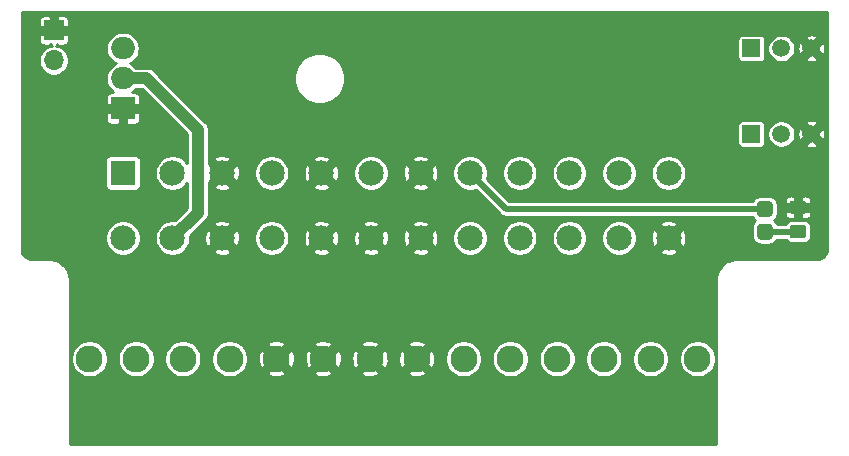
<source format=gbr>
%TF.GenerationSoftware,KiCad,Pcbnew,(5.1.6)-1*%
%TF.CreationDate,2022-09-15T12:09:30-04:00*%
%TF.ProjectId,Amiga-2000-ATX,416d6967-612d-4323-9030-302d4154582e,rev?*%
%TF.SameCoordinates,Original*%
%TF.FileFunction,Copper,L1,Top*%
%TF.FilePolarity,Positive*%
%FSLAX46Y46*%
G04 Gerber Fmt 4.6, Leading zero omitted, Abs format (unit mm)*
G04 Created by KiCad (PCBNEW (5.1.6)-1) date 2022-09-15 12:09:30*
%MOMM*%
%LPD*%
G01*
G04 APERTURE LIST*
%TA.AperFunction,ComponentPad*%
%ADD10C,2.280000*%
%TD*%
%TA.AperFunction,ComponentPad*%
%ADD11R,2.150000X2.150000*%
%TD*%
%TA.AperFunction,ComponentPad*%
%ADD12C,2.150000*%
%TD*%
%TA.AperFunction,ComponentPad*%
%ADD13C,1.500000*%
%TD*%
%TA.AperFunction,ComponentPad*%
%ADD14R,1.500000X1.500000*%
%TD*%
%TA.AperFunction,ComponentPad*%
%ADD15R,1.700000X1.700000*%
%TD*%
%TA.AperFunction,ComponentPad*%
%ADD16O,1.700000X1.700000*%
%TD*%
%TA.AperFunction,ComponentPad*%
%ADD17R,2.000000X1.905000*%
%TD*%
%TA.AperFunction,ComponentPad*%
%ADD18O,2.000000X1.905000*%
%TD*%
%TA.AperFunction,Conductor*%
%ADD19C,1.000000*%
%TD*%
%TA.AperFunction,Conductor*%
%ADD20C,0.500000*%
%TD*%
%TA.AperFunction,Conductor*%
%ADD21C,0.254000*%
%TD*%
G04 APERTURE END LIST*
%TO.P,D1,1*%
%TO.N,Net-(D1-Pad1)*%
%TA.AperFunction,SMDPad,CuDef*%
G36*
G01*
X183661000Y-61769500D02*
X182861000Y-61769500D01*
G75*
G02*
X182611000Y-61519500I0J250000D01*
G01*
X182611000Y-60694500D01*
G75*
G02*
X182861000Y-60444500I250000J0D01*
G01*
X183661000Y-60444500D01*
G75*
G02*
X183911000Y-60694500I0J-250000D01*
G01*
X183911000Y-61519500D01*
G75*
G02*
X183661000Y-61769500I-250000J0D01*
G01*
G37*
%TD.AperFunction*%
%TO.P,D1,2*%
%TO.N,/PG*%
%TA.AperFunction,SMDPad,CuDef*%
G36*
G01*
X183661000Y-59844500D02*
X182861000Y-59844500D01*
G75*
G02*
X182611000Y-59594500I0J250000D01*
G01*
X182611000Y-58769500D01*
G75*
G02*
X182861000Y-58519500I250000J0D01*
G01*
X183661000Y-58519500D01*
G75*
G02*
X183911000Y-58769500I0J-250000D01*
G01*
X183911000Y-59594500D01*
G75*
G02*
X183661000Y-59844500I-250000J0D01*
G01*
G37*
%TD.AperFunction*%
%TD*%
D10*
%TO.P,J1,14*%
%TO.N,Net-(J1-Pad14)*%
X177546000Y-71865001D03*
%TO.P,J1,13*%
%TO.N,/-5V*%
X173586000Y-71865001D03*
%TO.P,J1,12*%
%TO.N,/5V*%
X169626000Y-71865001D03*
%TO.P,J1,11*%
%TO.N,/-12V*%
X165666000Y-71865001D03*
%TO.P,J1,10*%
%TO.N,Net-(J1-Pad10)*%
X161706000Y-71865001D03*
%TO.P,J1,9*%
%TO.N,/12V*%
X157746000Y-71865001D03*
%TO.P,J1,3*%
%TO.N,/5V*%
X133986000Y-71865001D03*
%TO.P,J1,4*%
X137946000Y-71865001D03*
%TO.P,J1,8*%
%TO.N,/GND*%
X153786000Y-71865001D03*
%TO.P,J1,5*%
X141906000Y-71865001D03*
%TO.P,J1,7*%
X149826000Y-71865001D03*
%TO.P,J1,6*%
X145866000Y-71865001D03*
%TO.P,J1,2*%
%TO.N,/5V*%
X130026000Y-71865001D03*
%TO.P,J1,1*%
X126066000Y-71865001D03*
%TD*%
D11*
%TO.P,J2,1*%
%TO.N,/3.3V*%
X128905000Y-56134000D03*
D12*
%TO.P,J2,2*%
X133105000Y-56134000D03*
%TO.P,J2,3*%
%TO.N,/GND*%
X137305000Y-56134000D03*
%TO.P,J2,4*%
%TO.N,/5V*%
X141505000Y-56134000D03*
%TO.P,J2,5*%
%TO.N,/GND*%
X145705000Y-56134000D03*
%TO.P,J2,6*%
%TO.N,/5V*%
X149905000Y-56134000D03*
%TO.P,J2,7*%
%TO.N,/GND*%
X154105000Y-56134000D03*
%TO.P,J2,8*%
%TO.N,/PG*%
X158305000Y-56134000D03*
%TO.P,J2,9*%
%TO.N,/5VSB*%
X162505000Y-56134000D03*
%TO.P,J2,10*%
%TO.N,/12V*%
X166705000Y-56134000D03*
%TO.P,J2,11*%
X170905000Y-56134000D03*
%TO.P,J2,12*%
%TO.N,/3.3V*%
X175105000Y-56134000D03*
%TO.P,J2,13*%
X128905000Y-61634000D03*
%TO.P,J2,14*%
%TO.N,/-12V*%
X133105000Y-61634000D03*
%TO.P,J2,15*%
%TO.N,/GND*%
X137305000Y-61634000D03*
%TO.P,J2,16*%
%TO.N,/PS-ON*%
X141505000Y-61634000D03*
%TO.P,J2,17*%
%TO.N,/GND*%
X145705000Y-61634000D03*
%TO.P,J2,18*%
X149905000Y-61634000D03*
%TO.P,J2,19*%
X154105000Y-61634000D03*
%TO.P,J2,20*%
%TO.N,Net-(J2-Pad20)*%
X158305000Y-61634000D03*
%TO.P,J2,21*%
%TO.N,/5V*%
X162505000Y-61634000D03*
%TO.P,J2,22*%
X166705000Y-61634000D03*
%TO.P,J2,23*%
X170905000Y-61634000D03*
%TO.P,J2,24*%
%TO.N,/GND*%
X175105000Y-61634000D03*
%TD*%
D13*
%TO.P,J3,3*%
%TO.N,/GND*%
X187198000Y-45593000D03*
%TO.P,J3,2*%
%TO.N,/5V*%
X184658000Y-45593000D03*
D14*
%TO.P,J3,1*%
%TO.N,Net-(J3-Pad1)*%
X182118000Y-45593000D03*
%TD*%
%TO.P,J4,1*%
%TO.N,Net-(J4-Pad1)*%
X182118000Y-52832000D03*
D13*
%TO.P,J4,2*%
%TO.N,/12V*%
X184658000Y-52832000D03*
%TO.P,J4,3*%
%TO.N,/GND*%
X187198000Y-52832000D03*
%TD*%
D15*
%TO.P,PWRSW,1*%
%TO.N,/GND*%
X123063000Y-44069000D03*
D16*
%TO.P,PWRSW,2*%
%TO.N,/PS-ON*%
X123063000Y-46609000D03*
%TD*%
%TO.P,R1,1*%
%TO.N,/GND*%
%TA.AperFunction,SMDPad,CuDef*%
G36*
G01*
X185604999Y-58471000D02*
X186505001Y-58471000D01*
G75*
G02*
X186755000Y-58720999I0J-249999D01*
G01*
X186755000Y-59371001D01*
G75*
G02*
X186505001Y-59621000I-249999J0D01*
G01*
X185604999Y-59621000D01*
G75*
G02*
X185355000Y-59371001I0J249999D01*
G01*
X185355000Y-58720999D01*
G75*
G02*
X185604999Y-58471000I249999J0D01*
G01*
G37*
%TD.AperFunction*%
%TO.P,R1,2*%
%TO.N,Net-(D1-Pad1)*%
%TA.AperFunction,SMDPad,CuDef*%
G36*
G01*
X185604999Y-60521000D02*
X186505001Y-60521000D01*
G75*
G02*
X186755000Y-60770999I0J-249999D01*
G01*
X186755000Y-61421001D01*
G75*
G02*
X186505001Y-61671000I-249999J0D01*
G01*
X185604999Y-61671000D01*
G75*
G02*
X185355000Y-61421001I0J249999D01*
G01*
X185355000Y-60770999D01*
G75*
G02*
X185604999Y-60521000I249999J0D01*
G01*
G37*
%TD.AperFunction*%
%TD*%
D17*
%TO.P,U1,1*%
%TO.N,/GND*%
X128905000Y-50673000D03*
D18*
%TO.P,U1,2*%
%TO.N,/-12V*%
X128905000Y-48133000D03*
%TO.P,U1,3*%
%TO.N,/-5V*%
X128905000Y-45593000D03*
%TD*%
D19*
%TO.N,/-12V*%
X130905000Y-48133000D02*
X135255000Y-52483000D01*
X128905000Y-48133000D02*
X130905000Y-48133000D01*
X135255000Y-59484000D02*
X133105000Y-61634000D01*
X135255000Y-52483000D02*
X135255000Y-59484000D01*
D20*
%TO.N,Net-(D1-Pad1)*%
X186044000Y-61107000D02*
X186055000Y-61096000D01*
X183261000Y-61107000D02*
X186044000Y-61107000D01*
%TO.N,/PG*%
X183261000Y-59182000D02*
X181483000Y-59182000D01*
X161353000Y-59182000D02*
X181483000Y-59182000D01*
X158305000Y-56134000D02*
X161353000Y-59182000D01*
%TD*%
D21*
%TO.N,/GND*%
G36*
X188524000Y-62588891D02*
G01*
X188506295Y-62769464D01*
X188460275Y-62921888D01*
X188385523Y-63062476D01*
X188284889Y-63185865D01*
X188162209Y-63287355D01*
X188022151Y-63363084D01*
X187870044Y-63410170D01*
X187690883Y-63429000D01*
X180825795Y-63429000D01*
X180806037Y-63430946D01*
X180798169Y-63430891D01*
X180791888Y-63431507D01*
X180545385Y-63457415D01*
X180505280Y-63465647D01*
X180465012Y-63473329D01*
X180458970Y-63475153D01*
X180222194Y-63548448D01*
X180184391Y-63564339D01*
X180146446Y-63579670D01*
X180140877Y-63582631D01*
X180140872Y-63582633D01*
X180140868Y-63582636D01*
X179922843Y-63700521D01*
X179888889Y-63723423D01*
X179854599Y-63745862D01*
X179849718Y-63749843D01*
X179849710Y-63749849D01*
X179849703Y-63749856D01*
X179658729Y-63907844D01*
X179629864Y-63936910D01*
X179600593Y-63965575D01*
X179596575Y-63970432D01*
X179596569Y-63970438D01*
X179596565Y-63970445D01*
X179439915Y-64162516D01*
X179417239Y-64196646D01*
X179394099Y-64230441D01*
X179391100Y-64235988D01*
X179391097Y-64235992D01*
X179391097Y-64235993D01*
X179274734Y-64454841D01*
X179259117Y-64492731D01*
X179242985Y-64530369D01*
X179241121Y-64536392D01*
X179241118Y-64536399D01*
X179241118Y-64536400D01*
X179169479Y-64773679D01*
X179161518Y-64813883D01*
X179153004Y-64853938D01*
X179152344Y-64860214D01*
X179128157Y-65106893D01*
X179128157Y-65106905D01*
X179126001Y-65128795D01*
X179126000Y-69110204D01*
X179126001Y-69110214D01*
X179126000Y-79050000D01*
X124404000Y-79050000D01*
X124404000Y-71710665D01*
X124499000Y-71710665D01*
X124499000Y-72019337D01*
X124559219Y-72322078D01*
X124677343Y-72607254D01*
X124848832Y-72863905D01*
X125067096Y-73082169D01*
X125323747Y-73253658D01*
X125608923Y-73371782D01*
X125911664Y-73432001D01*
X126220336Y-73432001D01*
X126523077Y-73371782D01*
X126808253Y-73253658D01*
X127064904Y-73082169D01*
X127283168Y-72863905D01*
X127454657Y-72607254D01*
X127572781Y-72322078D01*
X127633000Y-72019337D01*
X127633000Y-71710665D01*
X128459000Y-71710665D01*
X128459000Y-72019337D01*
X128519219Y-72322078D01*
X128637343Y-72607254D01*
X128808832Y-72863905D01*
X129027096Y-73082169D01*
X129283747Y-73253658D01*
X129568923Y-73371782D01*
X129871664Y-73432001D01*
X130180336Y-73432001D01*
X130483077Y-73371782D01*
X130768253Y-73253658D01*
X131024904Y-73082169D01*
X131243168Y-72863905D01*
X131414657Y-72607254D01*
X131532781Y-72322078D01*
X131593000Y-72019337D01*
X131593000Y-71710665D01*
X132419000Y-71710665D01*
X132419000Y-72019337D01*
X132479219Y-72322078D01*
X132597343Y-72607254D01*
X132768832Y-72863905D01*
X132987096Y-73082169D01*
X133243747Y-73253658D01*
X133528923Y-73371782D01*
X133831664Y-73432001D01*
X134140336Y-73432001D01*
X134443077Y-73371782D01*
X134728253Y-73253658D01*
X134984904Y-73082169D01*
X135203168Y-72863905D01*
X135374657Y-72607254D01*
X135492781Y-72322078D01*
X135553000Y-72019337D01*
X135553000Y-71710665D01*
X136379000Y-71710665D01*
X136379000Y-72019337D01*
X136439219Y-72322078D01*
X136557343Y-72607254D01*
X136728832Y-72863905D01*
X136947096Y-73082169D01*
X137203747Y-73253658D01*
X137488923Y-73371782D01*
X137791664Y-73432001D01*
X138100336Y-73432001D01*
X138403077Y-73371782D01*
X138688253Y-73253658D01*
X138944904Y-73082169D01*
X138949228Y-73077845D01*
X141079236Y-73077845D01*
X141215362Y-73280037D01*
X141504693Y-73387584D01*
X141809445Y-73436619D01*
X142117908Y-73425258D01*
X142418227Y-73353937D01*
X142596638Y-73280037D01*
X142732764Y-73077845D01*
X145039236Y-73077845D01*
X145175362Y-73280037D01*
X145464693Y-73387584D01*
X145769445Y-73436619D01*
X146077908Y-73425258D01*
X146378227Y-73353937D01*
X146556638Y-73280037D01*
X146692764Y-73077845D01*
X148999236Y-73077845D01*
X149135362Y-73280037D01*
X149424693Y-73387584D01*
X149729445Y-73436619D01*
X150037908Y-73425258D01*
X150338227Y-73353937D01*
X150516638Y-73280037D01*
X150652764Y-73077845D01*
X152959236Y-73077845D01*
X153095362Y-73280037D01*
X153384693Y-73387584D01*
X153689445Y-73436619D01*
X153997908Y-73425258D01*
X154298227Y-73353937D01*
X154476638Y-73280037D01*
X154612764Y-73077845D01*
X153786000Y-72251081D01*
X152959236Y-73077845D01*
X150652764Y-73077845D01*
X149826000Y-72251081D01*
X148999236Y-73077845D01*
X146692764Y-73077845D01*
X145866000Y-72251081D01*
X145039236Y-73077845D01*
X142732764Y-73077845D01*
X141906000Y-72251081D01*
X141079236Y-73077845D01*
X138949228Y-73077845D01*
X139163168Y-72863905D01*
X139334657Y-72607254D01*
X139452781Y-72322078D01*
X139513000Y-72019337D01*
X139513000Y-71768446D01*
X140334382Y-71768446D01*
X140345743Y-72076909D01*
X140417064Y-72377228D01*
X140490964Y-72555639D01*
X140693156Y-72691765D01*
X141519920Y-71865001D01*
X142292080Y-71865001D01*
X143118844Y-72691765D01*
X143321036Y-72555639D01*
X143428583Y-72266308D01*
X143477618Y-71961556D01*
X143470506Y-71768446D01*
X144294382Y-71768446D01*
X144305743Y-72076909D01*
X144377064Y-72377228D01*
X144450964Y-72555639D01*
X144653156Y-72691765D01*
X145479920Y-71865001D01*
X146252080Y-71865001D01*
X147078844Y-72691765D01*
X147281036Y-72555639D01*
X147388583Y-72266308D01*
X147437618Y-71961556D01*
X147430506Y-71768446D01*
X148254382Y-71768446D01*
X148265743Y-72076909D01*
X148337064Y-72377228D01*
X148410964Y-72555639D01*
X148613156Y-72691765D01*
X149439920Y-71865001D01*
X150212080Y-71865001D01*
X151038844Y-72691765D01*
X151241036Y-72555639D01*
X151348583Y-72266308D01*
X151397618Y-71961556D01*
X151390506Y-71768446D01*
X152214382Y-71768446D01*
X152225743Y-72076909D01*
X152297064Y-72377228D01*
X152370964Y-72555639D01*
X152573156Y-72691765D01*
X153399920Y-71865001D01*
X154172080Y-71865001D01*
X154998844Y-72691765D01*
X155201036Y-72555639D01*
X155308583Y-72266308D01*
X155357618Y-71961556D01*
X155348378Y-71710665D01*
X156179000Y-71710665D01*
X156179000Y-72019337D01*
X156239219Y-72322078D01*
X156357343Y-72607254D01*
X156528832Y-72863905D01*
X156747096Y-73082169D01*
X157003747Y-73253658D01*
X157288923Y-73371782D01*
X157591664Y-73432001D01*
X157900336Y-73432001D01*
X158203077Y-73371782D01*
X158488253Y-73253658D01*
X158744904Y-73082169D01*
X158963168Y-72863905D01*
X159134657Y-72607254D01*
X159252781Y-72322078D01*
X159313000Y-72019337D01*
X159313000Y-71710665D01*
X160139000Y-71710665D01*
X160139000Y-72019337D01*
X160199219Y-72322078D01*
X160317343Y-72607254D01*
X160488832Y-72863905D01*
X160707096Y-73082169D01*
X160963747Y-73253658D01*
X161248923Y-73371782D01*
X161551664Y-73432001D01*
X161860336Y-73432001D01*
X162163077Y-73371782D01*
X162448253Y-73253658D01*
X162704904Y-73082169D01*
X162923168Y-72863905D01*
X163094657Y-72607254D01*
X163212781Y-72322078D01*
X163273000Y-72019337D01*
X163273000Y-71710665D01*
X164099000Y-71710665D01*
X164099000Y-72019337D01*
X164159219Y-72322078D01*
X164277343Y-72607254D01*
X164448832Y-72863905D01*
X164667096Y-73082169D01*
X164923747Y-73253658D01*
X165208923Y-73371782D01*
X165511664Y-73432001D01*
X165820336Y-73432001D01*
X166123077Y-73371782D01*
X166408253Y-73253658D01*
X166664904Y-73082169D01*
X166883168Y-72863905D01*
X167054657Y-72607254D01*
X167172781Y-72322078D01*
X167233000Y-72019337D01*
X167233000Y-71710665D01*
X168059000Y-71710665D01*
X168059000Y-72019337D01*
X168119219Y-72322078D01*
X168237343Y-72607254D01*
X168408832Y-72863905D01*
X168627096Y-73082169D01*
X168883747Y-73253658D01*
X169168923Y-73371782D01*
X169471664Y-73432001D01*
X169780336Y-73432001D01*
X170083077Y-73371782D01*
X170368253Y-73253658D01*
X170624904Y-73082169D01*
X170843168Y-72863905D01*
X171014657Y-72607254D01*
X171132781Y-72322078D01*
X171193000Y-72019337D01*
X171193000Y-71710665D01*
X172019000Y-71710665D01*
X172019000Y-72019337D01*
X172079219Y-72322078D01*
X172197343Y-72607254D01*
X172368832Y-72863905D01*
X172587096Y-73082169D01*
X172843747Y-73253658D01*
X173128923Y-73371782D01*
X173431664Y-73432001D01*
X173740336Y-73432001D01*
X174043077Y-73371782D01*
X174328253Y-73253658D01*
X174584904Y-73082169D01*
X174803168Y-72863905D01*
X174974657Y-72607254D01*
X175092781Y-72322078D01*
X175153000Y-72019337D01*
X175153000Y-71710665D01*
X175979000Y-71710665D01*
X175979000Y-72019337D01*
X176039219Y-72322078D01*
X176157343Y-72607254D01*
X176328832Y-72863905D01*
X176547096Y-73082169D01*
X176803747Y-73253658D01*
X177088923Y-73371782D01*
X177391664Y-73432001D01*
X177700336Y-73432001D01*
X178003077Y-73371782D01*
X178288253Y-73253658D01*
X178544904Y-73082169D01*
X178763168Y-72863905D01*
X178934657Y-72607254D01*
X179052781Y-72322078D01*
X179113000Y-72019337D01*
X179113000Y-71710665D01*
X179052781Y-71407924D01*
X178934657Y-71122748D01*
X178763168Y-70866097D01*
X178544904Y-70647833D01*
X178288253Y-70476344D01*
X178003077Y-70358220D01*
X177700336Y-70298001D01*
X177391664Y-70298001D01*
X177088923Y-70358220D01*
X176803747Y-70476344D01*
X176547096Y-70647833D01*
X176328832Y-70866097D01*
X176157343Y-71122748D01*
X176039219Y-71407924D01*
X175979000Y-71710665D01*
X175153000Y-71710665D01*
X175092781Y-71407924D01*
X174974657Y-71122748D01*
X174803168Y-70866097D01*
X174584904Y-70647833D01*
X174328253Y-70476344D01*
X174043077Y-70358220D01*
X173740336Y-70298001D01*
X173431664Y-70298001D01*
X173128923Y-70358220D01*
X172843747Y-70476344D01*
X172587096Y-70647833D01*
X172368832Y-70866097D01*
X172197343Y-71122748D01*
X172079219Y-71407924D01*
X172019000Y-71710665D01*
X171193000Y-71710665D01*
X171132781Y-71407924D01*
X171014657Y-71122748D01*
X170843168Y-70866097D01*
X170624904Y-70647833D01*
X170368253Y-70476344D01*
X170083077Y-70358220D01*
X169780336Y-70298001D01*
X169471664Y-70298001D01*
X169168923Y-70358220D01*
X168883747Y-70476344D01*
X168627096Y-70647833D01*
X168408832Y-70866097D01*
X168237343Y-71122748D01*
X168119219Y-71407924D01*
X168059000Y-71710665D01*
X167233000Y-71710665D01*
X167172781Y-71407924D01*
X167054657Y-71122748D01*
X166883168Y-70866097D01*
X166664904Y-70647833D01*
X166408253Y-70476344D01*
X166123077Y-70358220D01*
X165820336Y-70298001D01*
X165511664Y-70298001D01*
X165208923Y-70358220D01*
X164923747Y-70476344D01*
X164667096Y-70647833D01*
X164448832Y-70866097D01*
X164277343Y-71122748D01*
X164159219Y-71407924D01*
X164099000Y-71710665D01*
X163273000Y-71710665D01*
X163212781Y-71407924D01*
X163094657Y-71122748D01*
X162923168Y-70866097D01*
X162704904Y-70647833D01*
X162448253Y-70476344D01*
X162163077Y-70358220D01*
X161860336Y-70298001D01*
X161551664Y-70298001D01*
X161248923Y-70358220D01*
X160963747Y-70476344D01*
X160707096Y-70647833D01*
X160488832Y-70866097D01*
X160317343Y-71122748D01*
X160199219Y-71407924D01*
X160139000Y-71710665D01*
X159313000Y-71710665D01*
X159252781Y-71407924D01*
X159134657Y-71122748D01*
X158963168Y-70866097D01*
X158744904Y-70647833D01*
X158488253Y-70476344D01*
X158203077Y-70358220D01*
X157900336Y-70298001D01*
X157591664Y-70298001D01*
X157288923Y-70358220D01*
X157003747Y-70476344D01*
X156747096Y-70647833D01*
X156528832Y-70866097D01*
X156357343Y-71122748D01*
X156239219Y-71407924D01*
X156179000Y-71710665D01*
X155348378Y-71710665D01*
X155346257Y-71653093D01*
X155274936Y-71352774D01*
X155201036Y-71174363D01*
X154998844Y-71038237D01*
X154172080Y-71865001D01*
X153399920Y-71865001D01*
X152573156Y-71038237D01*
X152370964Y-71174363D01*
X152263417Y-71463694D01*
X152214382Y-71768446D01*
X151390506Y-71768446D01*
X151386257Y-71653093D01*
X151314936Y-71352774D01*
X151241036Y-71174363D01*
X151038844Y-71038237D01*
X150212080Y-71865001D01*
X149439920Y-71865001D01*
X148613156Y-71038237D01*
X148410964Y-71174363D01*
X148303417Y-71463694D01*
X148254382Y-71768446D01*
X147430506Y-71768446D01*
X147426257Y-71653093D01*
X147354936Y-71352774D01*
X147281036Y-71174363D01*
X147078844Y-71038237D01*
X146252080Y-71865001D01*
X145479920Y-71865001D01*
X144653156Y-71038237D01*
X144450964Y-71174363D01*
X144343417Y-71463694D01*
X144294382Y-71768446D01*
X143470506Y-71768446D01*
X143466257Y-71653093D01*
X143394936Y-71352774D01*
X143321036Y-71174363D01*
X143118844Y-71038237D01*
X142292080Y-71865001D01*
X141519920Y-71865001D01*
X140693156Y-71038237D01*
X140490964Y-71174363D01*
X140383417Y-71463694D01*
X140334382Y-71768446D01*
X139513000Y-71768446D01*
X139513000Y-71710665D01*
X139452781Y-71407924D01*
X139334657Y-71122748D01*
X139163168Y-70866097D01*
X138949228Y-70652157D01*
X141079236Y-70652157D01*
X141906000Y-71478921D01*
X142732764Y-70652157D01*
X145039236Y-70652157D01*
X145866000Y-71478921D01*
X146692764Y-70652157D01*
X148999236Y-70652157D01*
X149826000Y-71478921D01*
X150652764Y-70652157D01*
X152959236Y-70652157D01*
X153786000Y-71478921D01*
X154612764Y-70652157D01*
X154476638Y-70449965D01*
X154187307Y-70342418D01*
X153882555Y-70293383D01*
X153574092Y-70304744D01*
X153273773Y-70376065D01*
X153095362Y-70449965D01*
X152959236Y-70652157D01*
X150652764Y-70652157D01*
X150516638Y-70449965D01*
X150227307Y-70342418D01*
X149922555Y-70293383D01*
X149614092Y-70304744D01*
X149313773Y-70376065D01*
X149135362Y-70449965D01*
X148999236Y-70652157D01*
X146692764Y-70652157D01*
X146556638Y-70449965D01*
X146267307Y-70342418D01*
X145962555Y-70293383D01*
X145654092Y-70304744D01*
X145353773Y-70376065D01*
X145175362Y-70449965D01*
X145039236Y-70652157D01*
X142732764Y-70652157D01*
X142596638Y-70449965D01*
X142307307Y-70342418D01*
X142002555Y-70293383D01*
X141694092Y-70304744D01*
X141393773Y-70376065D01*
X141215362Y-70449965D01*
X141079236Y-70652157D01*
X138949228Y-70652157D01*
X138944904Y-70647833D01*
X138688253Y-70476344D01*
X138403077Y-70358220D01*
X138100336Y-70298001D01*
X137791664Y-70298001D01*
X137488923Y-70358220D01*
X137203747Y-70476344D01*
X136947096Y-70647833D01*
X136728832Y-70866097D01*
X136557343Y-71122748D01*
X136439219Y-71407924D01*
X136379000Y-71710665D01*
X135553000Y-71710665D01*
X135492781Y-71407924D01*
X135374657Y-71122748D01*
X135203168Y-70866097D01*
X134984904Y-70647833D01*
X134728253Y-70476344D01*
X134443077Y-70358220D01*
X134140336Y-70298001D01*
X133831664Y-70298001D01*
X133528923Y-70358220D01*
X133243747Y-70476344D01*
X132987096Y-70647833D01*
X132768832Y-70866097D01*
X132597343Y-71122748D01*
X132479219Y-71407924D01*
X132419000Y-71710665D01*
X131593000Y-71710665D01*
X131532781Y-71407924D01*
X131414657Y-71122748D01*
X131243168Y-70866097D01*
X131024904Y-70647833D01*
X130768253Y-70476344D01*
X130483077Y-70358220D01*
X130180336Y-70298001D01*
X129871664Y-70298001D01*
X129568923Y-70358220D01*
X129283747Y-70476344D01*
X129027096Y-70647833D01*
X128808832Y-70866097D01*
X128637343Y-71122748D01*
X128519219Y-71407924D01*
X128459000Y-71710665D01*
X127633000Y-71710665D01*
X127572781Y-71407924D01*
X127454657Y-71122748D01*
X127283168Y-70866097D01*
X127064904Y-70647833D01*
X126808253Y-70476344D01*
X126523077Y-70358220D01*
X126220336Y-70298001D01*
X125911664Y-70298001D01*
X125608923Y-70358220D01*
X125323747Y-70476344D01*
X125067096Y-70647833D01*
X124848832Y-70866097D01*
X124677343Y-71122748D01*
X124559219Y-71407924D01*
X124499000Y-71710665D01*
X124404000Y-71710665D01*
X124404000Y-65128795D01*
X124402054Y-65109037D01*
X124402109Y-65101169D01*
X124401493Y-65094888D01*
X124375585Y-64848385D01*
X124367353Y-64808280D01*
X124359671Y-64768012D01*
X124357847Y-64761970D01*
X124284552Y-64525194D01*
X124268661Y-64487391D01*
X124253330Y-64449446D01*
X124250367Y-64443873D01*
X124250367Y-64443872D01*
X124250364Y-64443868D01*
X124132479Y-64225843D01*
X124109577Y-64191889D01*
X124087138Y-64157599D01*
X124083157Y-64152718D01*
X124083151Y-64152710D01*
X124083144Y-64152703D01*
X123925156Y-63961729D01*
X123896090Y-63932864D01*
X123867425Y-63903593D01*
X123862568Y-63899575D01*
X123862562Y-63899569D01*
X123862555Y-63899565D01*
X123670484Y-63742915D01*
X123636354Y-63720239D01*
X123602559Y-63697099D01*
X123597012Y-63694100D01*
X123597008Y-63694097D01*
X123597004Y-63694095D01*
X123378159Y-63577734D01*
X123340269Y-63562117D01*
X123302631Y-63545985D01*
X123296608Y-63544121D01*
X123296601Y-63544118D01*
X123296594Y-63544117D01*
X123059321Y-63472479D01*
X123019117Y-63464518D01*
X122979062Y-63456004D01*
X122972788Y-63455344D01*
X122972786Y-63455344D01*
X122726107Y-63431157D01*
X122726105Y-63431157D01*
X122704205Y-63429000D01*
X121180109Y-63429000D01*
X120999536Y-63411295D01*
X120847112Y-63365275D01*
X120706524Y-63290523D01*
X120583135Y-63189889D01*
X120481645Y-63067209D01*
X120405916Y-62927151D01*
X120358830Y-62775044D01*
X120340000Y-62595883D01*
X120340000Y-61486066D01*
X127403000Y-61486066D01*
X127403000Y-61781934D01*
X127460721Y-62072117D01*
X127573944Y-62345464D01*
X127738320Y-62591469D01*
X127947531Y-62800680D01*
X128193536Y-62965056D01*
X128466883Y-63078279D01*
X128757066Y-63136000D01*
X129052934Y-63136000D01*
X129343117Y-63078279D01*
X129616464Y-62965056D01*
X129862469Y-62800680D01*
X130071680Y-62591469D01*
X130236056Y-62345464D01*
X130349279Y-62072117D01*
X130407000Y-61781934D01*
X130407000Y-61486066D01*
X130349279Y-61195883D01*
X130236056Y-60922536D01*
X130071680Y-60676531D01*
X129862469Y-60467320D01*
X129616464Y-60302944D01*
X129343117Y-60189721D01*
X129052934Y-60132000D01*
X128757066Y-60132000D01*
X128466883Y-60189721D01*
X128193536Y-60302944D01*
X127947531Y-60467320D01*
X127738320Y-60676531D01*
X127573944Y-60922536D01*
X127460721Y-61195883D01*
X127403000Y-61486066D01*
X120340000Y-61486066D01*
X120340000Y-55059000D01*
X127400934Y-55059000D01*
X127400934Y-57209000D01*
X127409178Y-57292707D01*
X127433595Y-57373196D01*
X127473245Y-57447376D01*
X127526605Y-57512395D01*
X127591624Y-57565755D01*
X127665804Y-57605405D01*
X127746293Y-57629822D01*
X127830000Y-57638066D01*
X129980000Y-57638066D01*
X130063707Y-57629822D01*
X130144196Y-57605405D01*
X130218376Y-57565755D01*
X130283395Y-57512395D01*
X130336755Y-57447376D01*
X130376405Y-57373196D01*
X130400822Y-57292707D01*
X130409066Y-57209000D01*
X130409066Y-55059000D01*
X130400822Y-54975293D01*
X130376405Y-54894804D01*
X130336755Y-54820624D01*
X130283395Y-54755605D01*
X130218376Y-54702245D01*
X130144196Y-54662595D01*
X130063707Y-54638178D01*
X129980000Y-54629934D01*
X127830000Y-54629934D01*
X127746293Y-54638178D01*
X127665804Y-54662595D01*
X127591624Y-54702245D01*
X127526605Y-54755605D01*
X127473245Y-54820624D01*
X127433595Y-54894804D01*
X127409178Y-54975293D01*
X127400934Y-55059000D01*
X120340000Y-55059000D01*
X120340000Y-51625500D01*
X127475934Y-51625500D01*
X127484178Y-51709207D01*
X127508595Y-51789696D01*
X127548245Y-51863876D01*
X127601605Y-51928895D01*
X127666624Y-51982255D01*
X127740804Y-52021905D01*
X127821293Y-52046322D01*
X127905000Y-52054566D01*
X128525250Y-52052500D01*
X128632000Y-51945750D01*
X128632000Y-50946000D01*
X129178000Y-50946000D01*
X129178000Y-51945750D01*
X129284750Y-52052500D01*
X129905000Y-52054566D01*
X129988707Y-52046322D01*
X130069196Y-52021905D01*
X130143376Y-51982255D01*
X130208395Y-51928895D01*
X130261755Y-51863876D01*
X130301405Y-51789696D01*
X130325822Y-51709207D01*
X130334066Y-51625500D01*
X130332000Y-51052750D01*
X130225250Y-50946000D01*
X129178000Y-50946000D01*
X128632000Y-50946000D01*
X127584750Y-50946000D01*
X127478000Y-51052750D01*
X127475934Y-51625500D01*
X120340000Y-51625500D01*
X120340000Y-44919000D01*
X121783934Y-44919000D01*
X121792178Y-45002707D01*
X121816595Y-45083196D01*
X121856245Y-45157376D01*
X121909605Y-45222395D01*
X121974624Y-45275755D01*
X122048804Y-45315405D01*
X122129293Y-45339822D01*
X122213000Y-45348066D01*
X122683250Y-45346000D01*
X122789998Y-45239252D01*
X122789998Y-45346000D01*
X122866843Y-45346000D01*
X122690513Y-45381074D01*
X122458114Y-45477337D01*
X122248960Y-45617089D01*
X122071089Y-45794960D01*
X121931337Y-46004114D01*
X121835074Y-46236513D01*
X121786000Y-46483226D01*
X121786000Y-46734774D01*
X121835074Y-46981487D01*
X121931337Y-47213886D01*
X122071089Y-47423040D01*
X122248960Y-47600911D01*
X122458114Y-47740663D01*
X122690513Y-47836926D01*
X122937226Y-47886000D01*
X123188774Y-47886000D01*
X123435487Y-47836926D01*
X123667886Y-47740663D01*
X123877040Y-47600911D01*
X124054911Y-47423040D01*
X124194663Y-47213886D01*
X124290926Y-46981487D01*
X124340000Y-46734774D01*
X124340000Y-46483226D01*
X124290926Y-46236513D01*
X124194663Y-46004114D01*
X124054911Y-45794960D01*
X123877040Y-45617089D01*
X123840989Y-45593000D01*
X127471326Y-45593000D01*
X127497961Y-45863429D01*
X127576842Y-46123466D01*
X127704938Y-46363117D01*
X127877327Y-46573173D01*
X128087383Y-46745562D01*
X128307094Y-46863000D01*
X128087383Y-46980438D01*
X127877327Y-47152827D01*
X127704938Y-47362883D01*
X127576842Y-47602534D01*
X127497961Y-47862571D01*
X127471326Y-48133000D01*
X127497961Y-48403429D01*
X127576842Y-48663466D01*
X127704938Y-48903117D01*
X127877327Y-49113173D01*
X128087383Y-49285562D01*
X128099581Y-49292082D01*
X127905000Y-49291434D01*
X127821293Y-49299678D01*
X127740804Y-49324095D01*
X127666624Y-49363745D01*
X127601605Y-49417105D01*
X127548245Y-49482124D01*
X127508595Y-49556304D01*
X127484178Y-49636793D01*
X127475934Y-49720500D01*
X127478000Y-50293250D01*
X127584750Y-50400000D01*
X128632000Y-50400000D01*
X128632000Y-50380000D01*
X129178000Y-50380000D01*
X129178000Y-50400000D01*
X130225250Y-50400000D01*
X130332000Y-50293250D01*
X130334066Y-49720500D01*
X130325822Y-49636793D01*
X130301405Y-49556304D01*
X130261755Y-49482124D01*
X130208395Y-49417105D01*
X130143376Y-49363745D01*
X130069196Y-49324095D01*
X129988707Y-49299678D01*
X129905000Y-49291434D01*
X129710419Y-49292082D01*
X129722617Y-49285562D01*
X129932673Y-49113173D01*
X129976311Y-49060000D01*
X130521025Y-49060000D01*
X134328000Y-52866976D01*
X134328000Y-55260820D01*
X134271680Y-55176531D01*
X134062469Y-54967320D01*
X133816464Y-54802944D01*
X133543117Y-54689721D01*
X133252934Y-54632000D01*
X132957066Y-54632000D01*
X132666883Y-54689721D01*
X132393536Y-54802944D01*
X132147531Y-54967320D01*
X131938320Y-55176531D01*
X131773944Y-55422536D01*
X131660721Y-55695883D01*
X131603000Y-55986066D01*
X131603000Y-56281934D01*
X131660721Y-56572117D01*
X131773944Y-56845464D01*
X131938320Y-57091469D01*
X132147531Y-57300680D01*
X132393536Y-57465056D01*
X132666883Y-57578279D01*
X132957066Y-57636000D01*
X133252934Y-57636000D01*
X133543117Y-57578279D01*
X133816464Y-57465056D01*
X134062469Y-57300680D01*
X134271680Y-57091469D01*
X134328001Y-57007180D01*
X134328001Y-59100023D01*
X133288875Y-60139149D01*
X133252934Y-60132000D01*
X132957066Y-60132000D01*
X132666883Y-60189721D01*
X132393536Y-60302944D01*
X132147531Y-60467320D01*
X131938320Y-60676531D01*
X131773944Y-60922536D01*
X131660721Y-61195883D01*
X131603000Y-61486066D01*
X131603000Y-61781934D01*
X131660721Y-62072117D01*
X131773944Y-62345464D01*
X131938320Y-62591469D01*
X132147531Y-62800680D01*
X132393536Y-62965056D01*
X132666883Y-63078279D01*
X132957066Y-63136000D01*
X133252934Y-63136000D01*
X133543117Y-63078279D01*
X133816464Y-62965056D01*
X134062469Y-62800680D01*
X134063348Y-62799801D01*
X136525279Y-62799801D01*
X136653370Y-62995347D01*
X136931476Y-63096317D01*
X137223937Y-63141089D01*
X137519514Y-63127946D01*
X137806846Y-63057390D01*
X137956630Y-62995347D01*
X138084721Y-62799801D01*
X137305000Y-62020080D01*
X136525279Y-62799801D01*
X134063348Y-62799801D01*
X134271680Y-62591469D01*
X134436056Y-62345464D01*
X134549279Y-62072117D01*
X134607000Y-61781934D01*
X134607000Y-61552937D01*
X135797911Y-61552937D01*
X135811054Y-61848514D01*
X135881610Y-62135846D01*
X135943653Y-62285630D01*
X136139199Y-62413721D01*
X136918920Y-61634000D01*
X137691080Y-61634000D01*
X138470801Y-62413721D01*
X138666347Y-62285630D01*
X138767317Y-62007524D01*
X138812089Y-61715063D01*
X138801907Y-61486066D01*
X140003000Y-61486066D01*
X140003000Y-61781934D01*
X140060721Y-62072117D01*
X140173944Y-62345464D01*
X140338320Y-62591469D01*
X140547531Y-62800680D01*
X140793536Y-62965056D01*
X141066883Y-63078279D01*
X141357066Y-63136000D01*
X141652934Y-63136000D01*
X141943117Y-63078279D01*
X142216464Y-62965056D01*
X142462469Y-62800680D01*
X142463348Y-62799801D01*
X144925279Y-62799801D01*
X145053370Y-62995347D01*
X145331476Y-63096317D01*
X145623937Y-63141089D01*
X145919514Y-63127946D01*
X146206846Y-63057390D01*
X146356630Y-62995347D01*
X146484721Y-62799801D01*
X149125279Y-62799801D01*
X149253370Y-62995347D01*
X149531476Y-63096317D01*
X149823937Y-63141089D01*
X150119514Y-63127946D01*
X150406846Y-63057390D01*
X150556630Y-62995347D01*
X150684721Y-62799801D01*
X153325279Y-62799801D01*
X153453370Y-62995347D01*
X153731476Y-63096317D01*
X154023937Y-63141089D01*
X154319514Y-63127946D01*
X154606846Y-63057390D01*
X154756630Y-62995347D01*
X154884721Y-62799801D01*
X154105000Y-62020080D01*
X153325279Y-62799801D01*
X150684721Y-62799801D01*
X149905000Y-62020080D01*
X149125279Y-62799801D01*
X146484721Y-62799801D01*
X145705000Y-62020080D01*
X144925279Y-62799801D01*
X142463348Y-62799801D01*
X142671680Y-62591469D01*
X142836056Y-62345464D01*
X142949279Y-62072117D01*
X143007000Y-61781934D01*
X143007000Y-61552937D01*
X144197911Y-61552937D01*
X144211054Y-61848514D01*
X144281610Y-62135846D01*
X144343653Y-62285630D01*
X144539199Y-62413721D01*
X145318920Y-61634000D01*
X146091080Y-61634000D01*
X146870801Y-62413721D01*
X147066347Y-62285630D01*
X147167317Y-62007524D01*
X147212089Y-61715063D01*
X147204880Y-61552937D01*
X148397911Y-61552937D01*
X148411054Y-61848514D01*
X148481610Y-62135846D01*
X148543653Y-62285630D01*
X148739199Y-62413721D01*
X149518920Y-61634000D01*
X150291080Y-61634000D01*
X151070801Y-62413721D01*
X151266347Y-62285630D01*
X151367317Y-62007524D01*
X151412089Y-61715063D01*
X151404880Y-61552937D01*
X152597911Y-61552937D01*
X152611054Y-61848514D01*
X152681610Y-62135846D01*
X152743653Y-62285630D01*
X152939199Y-62413721D01*
X153718920Y-61634000D01*
X154491080Y-61634000D01*
X155270801Y-62413721D01*
X155466347Y-62285630D01*
X155567317Y-62007524D01*
X155612089Y-61715063D01*
X155601907Y-61486066D01*
X156803000Y-61486066D01*
X156803000Y-61781934D01*
X156860721Y-62072117D01*
X156973944Y-62345464D01*
X157138320Y-62591469D01*
X157347531Y-62800680D01*
X157593536Y-62965056D01*
X157866883Y-63078279D01*
X158157066Y-63136000D01*
X158452934Y-63136000D01*
X158743117Y-63078279D01*
X159016464Y-62965056D01*
X159262469Y-62800680D01*
X159471680Y-62591469D01*
X159636056Y-62345464D01*
X159749279Y-62072117D01*
X159807000Y-61781934D01*
X159807000Y-61486066D01*
X161003000Y-61486066D01*
X161003000Y-61781934D01*
X161060721Y-62072117D01*
X161173944Y-62345464D01*
X161338320Y-62591469D01*
X161547531Y-62800680D01*
X161793536Y-62965056D01*
X162066883Y-63078279D01*
X162357066Y-63136000D01*
X162652934Y-63136000D01*
X162943117Y-63078279D01*
X163216464Y-62965056D01*
X163462469Y-62800680D01*
X163671680Y-62591469D01*
X163836056Y-62345464D01*
X163949279Y-62072117D01*
X164007000Y-61781934D01*
X164007000Y-61486066D01*
X165203000Y-61486066D01*
X165203000Y-61781934D01*
X165260721Y-62072117D01*
X165373944Y-62345464D01*
X165538320Y-62591469D01*
X165747531Y-62800680D01*
X165993536Y-62965056D01*
X166266883Y-63078279D01*
X166557066Y-63136000D01*
X166852934Y-63136000D01*
X167143117Y-63078279D01*
X167416464Y-62965056D01*
X167662469Y-62800680D01*
X167871680Y-62591469D01*
X168036056Y-62345464D01*
X168149279Y-62072117D01*
X168207000Y-61781934D01*
X168207000Y-61486066D01*
X169403000Y-61486066D01*
X169403000Y-61781934D01*
X169460721Y-62072117D01*
X169573944Y-62345464D01*
X169738320Y-62591469D01*
X169947531Y-62800680D01*
X170193536Y-62965056D01*
X170466883Y-63078279D01*
X170757066Y-63136000D01*
X171052934Y-63136000D01*
X171343117Y-63078279D01*
X171616464Y-62965056D01*
X171862469Y-62800680D01*
X171863348Y-62799801D01*
X174325279Y-62799801D01*
X174453370Y-62995347D01*
X174731476Y-63096317D01*
X175023937Y-63141089D01*
X175319514Y-63127946D01*
X175606846Y-63057390D01*
X175756630Y-62995347D01*
X175884721Y-62799801D01*
X175105000Y-62020080D01*
X174325279Y-62799801D01*
X171863348Y-62799801D01*
X172071680Y-62591469D01*
X172236056Y-62345464D01*
X172349279Y-62072117D01*
X172407000Y-61781934D01*
X172407000Y-61552937D01*
X173597911Y-61552937D01*
X173611054Y-61848514D01*
X173681610Y-62135846D01*
X173743653Y-62285630D01*
X173939199Y-62413721D01*
X174718920Y-61634000D01*
X175491080Y-61634000D01*
X176270801Y-62413721D01*
X176466347Y-62285630D01*
X176567317Y-62007524D01*
X176612089Y-61715063D01*
X176598946Y-61419486D01*
X176528390Y-61132154D01*
X176466347Y-60982370D01*
X176270801Y-60854279D01*
X175491080Y-61634000D01*
X174718920Y-61634000D01*
X173939199Y-60854279D01*
X173743653Y-60982370D01*
X173642683Y-61260476D01*
X173597911Y-61552937D01*
X172407000Y-61552937D01*
X172407000Y-61486066D01*
X172349279Y-61195883D01*
X172236056Y-60922536D01*
X172071680Y-60676531D01*
X171863348Y-60468199D01*
X174325279Y-60468199D01*
X175105000Y-61247920D01*
X175884721Y-60468199D01*
X175756630Y-60272653D01*
X175478524Y-60171683D01*
X175186063Y-60126911D01*
X174890486Y-60140054D01*
X174603154Y-60210610D01*
X174453370Y-60272653D01*
X174325279Y-60468199D01*
X171863348Y-60468199D01*
X171862469Y-60467320D01*
X171616464Y-60302944D01*
X171343117Y-60189721D01*
X171052934Y-60132000D01*
X170757066Y-60132000D01*
X170466883Y-60189721D01*
X170193536Y-60302944D01*
X169947531Y-60467320D01*
X169738320Y-60676531D01*
X169573944Y-60922536D01*
X169460721Y-61195883D01*
X169403000Y-61486066D01*
X168207000Y-61486066D01*
X168149279Y-61195883D01*
X168036056Y-60922536D01*
X167871680Y-60676531D01*
X167662469Y-60467320D01*
X167416464Y-60302944D01*
X167143117Y-60189721D01*
X166852934Y-60132000D01*
X166557066Y-60132000D01*
X166266883Y-60189721D01*
X165993536Y-60302944D01*
X165747531Y-60467320D01*
X165538320Y-60676531D01*
X165373944Y-60922536D01*
X165260721Y-61195883D01*
X165203000Y-61486066D01*
X164007000Y-61486066D01*
X163949279Y-61195883D01*
X163836056Y-60922536D01*
X163671680Y-60676531D01*
X163462469Y-60467320D01*
X163216464Y-60302944D01*
X162943117Y-60189721D01*
X162652934Y-60132000D01*
X162357066Y-60132000D01*
X162066883Y-60189721D01*
X161793536Y-60302944D01*
X161547531Y-60467320D01*
X161338320Y-60676531D01*
X161173944Y-60922536D01*
X161060721Y-61195883D01*
X161003000Y-61486066D01*
X159807000Y-61486066D01*
X159749279Y-61195883D01*
X159636056Y-60922536D01*
X159471680Y-60676531D01*
X159262469Y-60467320D01*
X159016464Y-60302944D01*
X158743117Y-60189721D01*
X158452934Y-60132000D01*
X158157066Y-60132000D01*
X157866883Y-60189721D01*
X157593536Y-60302944D01*
X157347531Y-60467320D01*
X157138320Y-60676531D01*
X156973944Y-60922536D01*
X156860721Y-61195883D01*
X156803000Y-61486066D01*
X155601907Y-61486066D01*
X155598946Y-61419486D01*
X155528390Y-61132154D01*
X155466347Y-60982370D01*
X155270801Y-60854279D01*
X154491080Y-61634000D01*
X153718920Y-61634000D01*
X152939199Y-60854279D01*
X152743653Y-60982370D01*
X152642683Y-61260476D01*
X152597911Y-61552937D01*
X151404880Y-61552937D01*
X151398946Y-61419486D01*
X151328390Y-61132154D01*
X151266347Y-60982370D01*
X151070801Y-60854279D01*
X150291080Y-61634000D01*
X149518920Y-61634000D01*
X148739199Y-60854279D01*
X148543653Y-60982370D01*
X148442683Y-61260476D01*
X148397911Y-61552937D01*
X147204880Y-61552937D01*
X147198946Y-61419486D01*
X147128390Y-61132154D01*
X147066347Y-60982370D01*
X146870801Y-60854279D01*
X146091080Y-61634000D01*
X145318920Y-61634000D01*
X144539199Y-60854279D01*
X144343653Y-60982370D01*
X144242683Y-61260476D01*
X144197911Y-61552937D01*
X143007000Y-61552937D01*
X143007000Y-61486066D01*
X142949279Y-61195883D01*
X142836056Y-60922536D01*
X142671680Y-60676531D01*
X142463348Y-60468199D01*
X144925279Y-60468199D01*
X145705000Y-61247920D01*
X146484721Y-60468199D01*
X149125279Y-60468199D01*
X149905000Y-61247920D01*
X150684721Y-60468199D01*
X153325279Y-60468199D01*
X154105000Y-61247920D01*
X154884721Y-60468199D01*
X154756630Y-60272653D01*
X154478524Y-60171683D01*
X154186063Y-60126911D01*
X153890486Y-60140054D01*
X153603154Y-60210610D01*
X153453370Y-60272653D01*
X153325279Y-60468199D01*
X150684721Y-60468199D01*
X150556630Y-60272653D01*
X150278524Y-60171683D01*
X149986063Y-60126911D01*
X149690486Y-60140054D01*
X149403154Y-60210610D01*
X149253370Y-60272653D01*
X149125279Y-60468199D01*
X146484721Y-60468199D01*
X146356630Y-60272653D01*
X146078524Y-60171683D01*
X145786063Y-60126911D01*
X145490486Y-60140054D01*
X145203154Y-60210610D01*
X145053370Y-60272653D01*
X144925279Y-60468199D01*
X142463348Y-60468199D01*
X142462469Y-60467320D01*
X142216464Y-60302944D01*
X141943117Y-60189721D01*
X141652934Y-60132000D01*
X141357066Y-60132000D01*
X141066883Y-60189721D01*
X140793536Y-60302944D01*
X140547531Y-60467320D01*
X140338320Y-60676531D01*
X140173944Y-60922536D01*
X140060721Y-61195883D01*
X140003000Y-61486066D01*
X138801907Y-61486066D01*
X138798946Y-61419486D01*
X138728390Y-61132154D01*
X138666347Y-60982370D01*
X138470801Y-60854279D01*
X137691080Y-61634000D01*
X136918920Y-61634000D01*
X136139199Y-60854279D01*
X135943653Y-60982370D01*
X135842683Y-61260476D01*
X135797911Y-61552937D01*
X134607000Y-61552937D01*
X134607000Y-61486066D01*
X134599851Y-61450125D01*
X135581777Y-60468199D01*
X136525279Y-60468199D01*
X137305000Y-61247920D01*
X138084721Y-60468199D01*
X137956630Y-60272653D01*
X137678524Y-60171683D01*
X137386063Y-60126911D01*
X137090486Y-60140054D01*
X136803154Y-60210610D01*
X136653370Y-60272653D01*
X136525279Y-60468199D01*
X135581777Y-60468199D01*
X135878293Y-60171683D01*
X135913659Y-60142659D01*
X135942684Y-60107292D01*
X135942688Y-60107288D01*
X136029501Y-60001506D01*
X136061708Y-59941250D01*
X136115580Y-59840464D01*
X136168587Y-59665724D01*
X136182000Y-59529538D01*
X136182000Y-59529528D01*
X136186484Y-59484001D01*
X136182000Y-59438474D01*
X136182000Y-57299801D01*
X136525279Y-57299801D01*
X136653370Y-57495347D01*
X136931476Y-57596317D01*
X137223937Y-57641089D01*
X137519514Y-57627946D01*
X137806846Y-57557390D01*
X137956630Y-57495347D01*
X138084721Y-57299801D01*
X137305000Y-56520080D01*
X136525279Y-57299801D01*
X136182000Y-57299801D01*
X136182000Y-56870920D01*
X136918920Y-56134000D01*
X137691080Y-56134000D01*
X138470801Y-56913721D01*
X138666347Y-56785630D01*
X138767317Y-56507524D01*
X138812089Y-56215063D01*
X138801907Y-55986066D01*
X140003000Y-55986066D01*
X140003000Y-56281934D01*
X140060721Y-56572117D01*
X140173944Y-56845464D01*
X140338320Y-57091469D01*
X140547531Y-57300680D01*
X140793536Y-57465056D01*
X141066883Y-57578279D01*
X141357066Y-57636000D01*
X141652934Y-57636000D01*
X141943117Y-57578279D01*
X142216464Y-57465056D01*
X142462469Y-57300680D01*
X142463348Y-57299801D01*
X144925279Y-57299801D01*
X145053370Y-57495347D01*
X145331476Y-57596317D01*
X145623937Y-57641089D01*
X145919514Y-57627946D01*
X146206846Y-57557390D01*
X146356630Y-57495347D01*
X146484721Y-57299801D01*
X145705000Y-56520080D01*
X144925279Y-57299801D01*
X142463348Y-57299801D01*
X142671680Y-57091469D01*
X142836056Y-56845464D01*
X142949279Y-56572117D01*
X143007000Y-56281934D01*
X143007000Y-56052937D01*
X144197911Y-56052937D01*
X144211054Y-56348514D01*
X144281610Y-56635846D01*
X144343653Y-56785630D01*
X144539199Y-56913721D01*
X145318920Y-56134000D01*
X146091080Y-56134000D01*
X146870801Y-56913721D01*
X147066347Y-56785630D01*
X147167317Y-56507524D01*
X147212089Y-56215063D01*
X147201907Y-55986066D01*
X148403000Y-55986066D01*
X148403000Y-56281934D01*
X148460721Y-56572117D01*
X148573944Y-56845464D01*
X148738320Y-57091469D01*
X148947531Y-57300680D01*
X149193536Y-57465056D01*
X149466883Y-57578279D01*
X149757066Y-57636000D01*
X150052934Y-57636000D01*
X150343117Y-57578279D01*
X150616464Y-57465056D01*
X150862469Y-57300680D01*
X150863348Y-57299801D01*
X153325279Y-57299801D01*
X153453370Y-57495347D01*
X153731476Y-57596317D01*
X154023937Y-57641089D01*
X154319514Y-57627946D01*
X154606846Y-57557390D01*
X154756630Y-57495347D01*
X154884721Y-57299801D01*
X154105000Y-56520080D01*
X153325279Y-57299801D01*
X150863348Y-57299801D01*
X151071680Y-57091469D01*
X151236056Y-56845464D01*
X151349279Y-56572117D01*
X151407000Y-56281934D01*
X151407000Y-56052937D01*
X152597911Y-56052937D01*
X152611054Y-56348514D01*
X152681610Y-56635846D01*
X152743653Y-56785630D01*
X152939199Y-56913721D01*
X153718920Y-56134000D01*
X154491080Y-56134000D01*
X155270801Y-56913721D01*
X155466347Y-56785630D01*
X155567317Y-56507524D01*
X155612089Y-56215063D01*
X155601907Y-55986066D01*
X156803000Y-55986066D01*
X156803000Y-56281934D01*
X156860721Y-56572117D01*
X156973944Y-56845464D01*
X157138320Y-57091469D01*
X157347531Y-57300680D01*
X157593536Y-57465056D01*
X157866883Y-57578279D01*
X158157066Y-57636000D01*
X158452934Y-57636000D01*
X158743117Y-57578279D01*
X158777581Y-57564004D01*
X160850778Y-59637201D01*
X160871973Y-59663027D01*
X160975059Y-59747628D01*
X161092670Y-59810492D01*
X161220285Y-59849204D01*
X161319748Y-59859000D01*
X161319755Y-59859000D01*
X161353000Y-59862274D01*
X161386245Y-59859000D01*
X182236101Y-59859000D01*
X182296377Y-59971769D01*
X182380828Y-60074672D01*
X182465913Y-60144500D01*
X182380828Y-60214328D01*
X182296377Y-60317231D01*
X182233625Y-60434633D01*
X182194982Y-60562021D01*
X182181934Y-60694500D01*
X182181934Y-61519500D01*
X182194982Y-61651979D01*
X182233625Y-61779367D01*
X182296377Y-61896769D01*
X182380828Y-61999672D01*
X182483731Y-62084123D01*
X182601133Y-62146875D01*
X182728521Y-62185518D01*
X182861000Y-62198566D01*
X183661000Y-62198566D01*
X183793479Y-62185518D01*
X183920867Y-62146875D01*
X184038269Y-62084123D01*
X184141172Y-61999672D01*
X184225623Y-61896769D01*
X184285899Y-61784000D01*
X185032750Y-61784000D01*
X185040377Y-61798269D01*
X185124828Y-61901172D01*
X185227731Y-61985623D01*
X185345132Y-62048375D01*
X185472520Y-62087018D01*
X185604999Y-62100066D01*
X186505001Y-62100066D01*
X186637480Y-62087018D01*
X186764868Y-62048375D01*
X186882269Y-61985623D01*
X186985172Y-61901172D01*
X187069623Y-61798269D01*
X187132375Y-61680868D01*
X187171018Y-61553480D01*
X187184066Y-61421001D01*
X187184066Y-60770999D01*
X187171018Y-60638520D01*
X187132375Y-60511132D01*
X187069623Y-60393731D01*
X186985172Y-60290828D01*
X186882269Y-60206377D01*
X186764868Y-60143625D01*
X186637480Y-60104982D01*
X186505001Y-60091934D01*
X185604999Y-60091934D01*
X185472520Y-60104982D01*
X185345132Y-60143625D01*
X185227731Y-60206377D01*
X185124828Y-60290828D01*
X185040377Y-60393731D01*
X185020991Y-60430000D01*
X184285899Y-60430000D01*
X184225623Y-60317231D01*
X184141172Y-60214328D01*
X184056087Y-60144500D01*
X184141172Y-60074672D01*
X184225623Y-59971769D01*
X184288375Y-59854367D01*
X184327018Y-59726979D01*
X184337455Y-59621000D01*
X184925934Y-59621000D01*
X184934178Y-59704707D01*
X184958595Y-59785196D01*
X184998245Y-59859376D01*
X185051605Y-59924395D01*
X185116624Y-59977755D01*
X185190804Y-60017405D01*
X185271293Y-60041822D01*
X185355000Y-60050066D01*
X185675250Y-60048000D01*
X185782000Y-59941250D01*
X185782000Y-59319000D01*
X186328000Y-59319000D01*
X186328000Y-59941250D01*
X186434750Y-60048000D01*
X186755000Y-60050066D01*
X186838707Y-60041822D01*
X186919196Y-60017405D01*
X186993376Y-59977755D01*
X187058395Y-59924395D01*
X187111755Y-59859376D01*
X187151405Y-59785196D01*
X187175822Y-59704707D01*
X187184066Y-59621000D01*
X187182000Y-59425750D01*
X187075250Y-59319000D01*
X186328000Y-59319000D01*
X185782000Y-59319000D01*
X185034750Y-59319000D01*
X184928000Y-59425750D01*
X184925934Y-59621000D01*
X184337455Y-59621000D01*
X184340066Y-59594500D01*
X184340066Y-58769500D01*
X184327018Y-58637021D01*
X184288375Y-58509633D01*
X184267726Y-58471000D01*
X184925934Y-58471000D01*
X184928000Y-58666250D01*
X185034750Y-58773000D01*
X185782000Y-58773000D01*
X185782000Y-58150750D01*
X186328000Y-58150750D01*
X186328000Y-58773000D01*
X187075250Y-58773000D01*
X187182000Y-58666250D01*
X187184066Y-58471000D01*
X187175822Y-58387293D01*
X187151405Y-58306804D01*
X187111755Y-58232624D01*
X187058395Y-58167605D01*
X186993376Y-58114245D01*
X186919196Y-58074595D01*
X186838707Y-58050178D01*
X186755000Y-58041934D01*
X186434750Y-58044000D01*
X186328000Y-58150750D01*
X185782000Y-58150750D01*
X185675250Y-58044000D01*
X185355000Y-58041934D01*
X185271293Y-58050178D01*
X185190804Y-58074595D01*
X185116624Y-58114245D01*
X185051605Y-58167605D01*
X184998245Y-58232624D01*
X184958595Y-58306804D01*
X184934178Y-58387293D01*
X184925934Y-58471000D01*
X184267726Y-58471000D01*
X184225623Y-58392231D01*
X184141172Y-58289328D01*
X184038269Y-58204877D01*
X183920867Y-58142125D01*
X183793479Y-58103482D01*
X183661000Y-58090434D01*
X182861000Y-58090434D01*
X182728521Y-58103482D01*
X182601133Y-58142125D01*
X182483731Y-58204877D01*
X182380828Y-58289328D01*
X182296377Y-58392231D01*
X182236101Y-58505000D01*
X161633423Y-58505000D01*
X159735004Y-56606581D01*
X159749279Y-56572117D01*
X159807000Y-56281934D01*
X159807000Y-55986066D01*
X161003000Y-55986066D01*
X161003000Y-56281934D01*
X161060721Y-56572117D01*
X161173944Y-56845464D01*
X161338320Y-57091469D01*
X161547531Y-57300680D01*
X161793536Y-57465056D01*
X162066883Y-57578279D01*
X162357066Y-57636000D01*
X162652934Y-57636000D01*
X162943117Y-57578279D01*
X163216464Y-57465056D01*
X163462469Y-57300680D01*
X163671680Y-57091469D01*
X163836056Y-56845464D01*
X163949279Y-56572117D01*
X164007000Y-56281934D01*
X164007000Y-55986066D01*
X165203000Y-55986066D01*
X165203000Y-56281934D01*
X165260721Y-56572117D01*
X165373944Y-56845464D01*
X165538320Y-57091469D01*
X165747531Y-57300680D01*
X165993536Y-57465056D01*
X166266883Y-57578279D01*
X166557066Y-57636000D01*
X166852934Y-57636000D01*
X167143117Y-57578279D01*
X167416464Y-57465056D01*
X167662469Y-57300680D01*
X167871680Y-57091469D01*
X168036056Y-56845464D01*
X168149279Y-56572117D01*
X168207000Y-56281934D01*
X168207000Y-55986066D01*
X169403000Y-55986066D01*
X169403000Y-56281934D01*
X169460721Y-56572117D01*
X169573944Y-56845464D01*
X169738320Y-57091469D01*
X169947531Y-57300680D01*
X170193536Y-57465056D01*
X170466883Y-57578279D01*
X170757066Y-57636000D01*
X171052934Y-57636000D01*
X171343117Y-57578279D01*
X171616464Y-57465056D01*
X171862469Y-57300680D01*
X172071680Y-57091469D01*
X172236056Y-56845464D01*
X172349279Y-56572117D01*
X172407000Y-56281934D01*
X172407000Y-55986066D01*
X173603000Y-55986066D01*
X173603000Y-56281934D01*
X173660721Y-56572117D01*
X173773944Y-56845464D01*
X173938320Y-57091469D01*
X174147531Y-57300680D01*
X174393536Y-57465056D01*
X174666883Y-57578279D01*
X174957066Y-57636000D01*
X175252934Y-57636000D01*
X175543117Y-57578279D01*
X175816464Y-57465056D01*
X176062469Y-57300680D01*
X176271680Y-57091469D01*
X176436056Y-56845464D01*
X176549279Y-56572117D01*
X176607000Y-56281934D01*
X176607000Y-55986066D01*
X176549279Y-55695883D01*
X176436056Y-55422536D01*
X176271680Y-55176531D01*
X176062469Y-54967320D01*
X175816464Y-54802944D01*
X175543117Y-54689721D01*
X175252934Y-54632000D01*
X174957066Y-54632000D01*
X174666883Y-54689721D01*
X174393536Y-54802944D01*
X174147531Y-54967320D01*
X173938320Y-55176531D01*
X173773944Y-55422536D01*
X173660721Y-55695883D01*
X173603000Y-55986066D01*
X172407000Y-55986066D01*
X172349279Y-55695883D01*
X172236056Y-55422536D01*
X172071680Y-55176531D01*
X171862469Y-54967320D01*
X171616464Y-54802944D01*
X171343117Y-54689721D01*
X171052934Y-54632000D01*
X170757066Y-54632000D01*
X170466883Y-54689721D01*
X170193536Y-54802944D01*
X169947531Y-54967320D01*
X169738320Y-55176531D01*
X169573944Y-55422536D01*
X169460721Y-55695883D01*
X169403000Y-55986066D01*
X168207000Y-55986066D01*
X168149279Y-55695883D01*
X168036056Y-55422536D01*
X167871680Y-55176531D01*
X167662469Y-54967320D01*
X167416464Y-54802944D01*
X167143117Y-54689721D01*
X166852934Y-54632000D01*
X166557066Y-54632000D01*
X166266883Y-54689721D01*
X165993536Y-54802944D01*
X165747531Y-54967320D01*
X165538320Y-55176531D01*
X165373944Y-55422536D01*
X165260721Y-55695883D01*
X165203000Y-55986066D01*
X164007000Y-55986066D01*
X163949279Y-55695883D01*
X163836056Y-55422536D01*
X163671680Y-55176531D01*
X163462469Y-54967320D01*
X163216464Y-54802944D01*
X162943117Y-54689721D01*
X162652934Y-54632000D01*
X162357066Y-54632000D01*
X162066883Y-54689721D01*
X161793536Y-54802944D01*
X161547531Y-54967320D01*
X161338320Y-55176531D01*
X161173944Y-55422536D01*
X161060721Y-55695883D01*
X161003000Y-55986066D01*
X159807000Y-55986066D01*
X159749279Y-55695883D01*
X159636056Y-55422536D01*
X159471680Y-55176531D01*
X159262469Y-54967320D01*
X159016464Y-54802944D01*
X158743117Y-54689721D01*
X158452934Y-54632000D01*
X158157066Y-54632000D01*
X157866883Y-54689721D01*
X157593536Y-54802944D01*
X157347531Y-54967320D01*
X157138320Y-55176531D01*
X156973944Y-55422536D01*
X156860721Y-55695883D01*
X156803000Y-55986066D01*
X155601907Y-55986066D01*
X155598946Y-55919486D01*
X155528390Y-55632154D01*
X155466347Y-55482370D01*
X155270801Y-55354279D01*
X154491080Y-56134000D01*
X153718920Y-56134000D01*
X152939199Y-55354279D01*
X152743653Y-55482370D01*
X152642683Y-55760476D01*
X152597911Y-56052937D01*
X151407000Y-56052937D01*
X151407000Y-55986066D01*
X151349279Y-55695883D01*
X151236056Y-55422536D01*
X151071680Y-55176531D01*
X150863348Y-54968199D01*
X153325279Y-54968199D01*
X154105000Y-55747920D01*
X154884721Y-54968199D01*
X154756630Y-54772653D01*
X154478524Y-54671683D01*
X154186063Y-54626911D01*
X153890486Y-54640054D01*
X153603154Y-54710610D01*
X153453370Y-54772653D01*
X153325279Y-54968199D01*
X150863348Y-54968199D01*
X150862469Y-54967320D01*
X150616464Y-54802944D01*
X150343117Y-54689721D01*
X150052934Y-54632000D01*
X149757066Y-54632000D01*
X149466883Y-54689721D01*
X149193536Y-54802944D01*
X148947531Y-54967320D01*
X148738320Y-55176531D01*
X148573944Y-55422536D01*
X148460721Y-55695883D01*
X148403000Y-55986066D01*
X147201907Y-55986066D01*
X147198946Y-55919486D01*
X147128390Y-55632154D01*
X147066347Y-55482370D01*
X146870801Y-55354279D01*
X146091080Y-56134000D01*
X145318920Y-56134000D01*
X144539199Y-55354279D01*
X144343653Y-55482370D01*
X144242683Y-55760476D01*
X144197911Y-56052937D01*
X143007000Y-56052937D01*
X143007000Y-55986066D01*
X142949279Y-55695883D01*
X142836056Y-55422536D01*
X142671680Y-55176531D01*
X142463348Y-54968199D01*
X144925279Y-54968199D01*
X145705000Y-55747920D01*
X146484721Y-54968199D01*
X146356630Y-54772653D01*
X146078524Y-54671683D01*
X145786063Y-54626911D01*
X145490486Y-54640054D01*
X145203154Y-54710610D01*
X145053370Y-54772653D01*
X144925279Y-54968199D01*
X142463348Y-54968199D01*
X142462469Y-54967320D01*
X142216464Y-54802944D01*
X141943117Y-54689721D01*
X141652934Y-54632000D01*
X141357066Y-54632000D01*
X141066883Y-54689721D01*
X140793536Y-54802944D01*
X140547531Y-54967320D01*
X140338320Y-55176531D01*
X140173944Y-55422536D01*
X140060721Y-55695883D01*
X140003000Y-55986066D01*
X138801907Y-55986066D01*
X138798946Y-55919486D01*
X138728390Y-55632154D01*
X138666347Y-55482370D01*
X138470801Y-55354279D01*
X137691080Y-56134000D01*
X136918920Y-56134000D01*
X136182000Y-55397080D01*
X136182000Y-54968199D01*
X136525279Y-54968199D01*
X137305000Y-55747920D01*
X138084721Y-54968199D01*
X137956630Y-54772653D01*
X137678524Y-54671683D01*
X137386063Y-54626911D01*
X137090486Y-54640054D01*
X136803154Y-54710610D01*
X136653370Y-54772653D01*
X136525279Y-54968199D01*
X136182000Y-54968199D01*
X136182000Y-52528527D01*
X136186484Y-52483000D01*
X136182000Y-52437473D01*
X136182000Y-52437462D01*
X136168587Y-52301276D01*
X136115580Y-52126536D01*
X136091776Y-52082000D01*
X180938934Y-52082000D01*
X180938934Y-53582000D01*
X180947178Y-53665707D01*
X180971595Y-53746196D01*
X181011245Y-53820376D01*
X181064605Y-53885395D01*
X181129624Y-53938755D01*
X181203804Y-53978405D01*
X181284293Y-54002822D01*
X181368000Y-54011066D01*
X182868000Y-54011066D01*
X182951707Y-54002822D01*
X183032196Y-53978405D01*
X183106376Y-53938755D01*
X183171395Y-53885395D01*
X183224755Y-53820376D01*
X183264405Y-53746196D01*
X183288822Y-53665707D01*
X183297066Y-53582000D01*
X183297066Y-52716076D01*
X183481000Y-52716076D01*
X183481000Y-52947924D01*
X183526231Y-53175318D01*
X183614956Y-53389519D01*
X183743764Y-53582294D01*
X183907706Y-53746236D01*
X184100481Y-53875044D01*
X184314682Y-53963769D01*
X184542076Y-54009000D01*
X184773924Y-54009000D01*
X185001318Y-53963769D01*
X185215519Y-53875044D01*
X185386271Y-53760951D01*
X186655129Y-53760951D01*
X186742464Y-53923447D01*
X186964148Y-53991346D01*
X187194819Y-54014692D01*
X187425611Y-53992588D01*
X187647658Y-53925883D01*
X187653536Y-53923447D01*
X187740871Y-53760951D01*
X187198000Y-53218080D01*
X186655129Y-53760951D01*
X185386271Y-53760951D01*
X185408294Y-53746236D01*
X185572236Y-53582294D01*
X185701044Y-53389519D01*
X185789769Y-53175318D01*
X185835000Y-52947924D01*
X185835000Y-52828819D01*
X186015308Y-52828819D01*
X186037412Y-53059611D01*
X186104117Y-53281658D01*
X186106553Y-53287536D01*
X186269049Y-53374871D01*
X186811920Y-52832000D01*
X187584080Y-52832000D01*
X188126951Y-53374871D01*
X188289447Y-53287536D01*
X188357346Y-53065852D01*
X188380692Y-52835181D01*
X188358588Y-52604389D01*
X188291883Y-52382342D01*
X188289447Y-52376464D01*
X188126951Y-52289129D01*
X187584080Y-52832000D01*
X186811920Y-52832000D01*
X186269049Y-52289129D01*
X186106553Y-52376464D01*
X186038654Y-52598148D01*
X186015308Y-52828819D01*
X185835000Y-52828819D01*
X185835000Y-52716076D01*
X185789769Y-52488682D01*
X185701044Y-52274481D01*
X185572236Y-52081706D01*
X185408294Y-51917764D01*
X185386272Y-51903049D01*
X186655129Y-51903049D01*
X187198000Y-52445920D01*
X187740871Y-51903049D01*
X187653536Y-51740553D01*
X187431852Y-51672654D01*
X187201181Y-51649308D01*
X186970389Y-51671412D01*
X186748342Y-51738117D01*
X186742464Y-51740553D01*
X186655129Y-51903049D01*
X185386272Y-51903049D01*
X185215519Y-51788956D01*
X185001318Y-51700231D01*
X184773924Y-51655000D01*
X184542076Y-51655000D01*
X184314682Y-51700231D01*
X184100481Y-51788956D01*
X183907706Y-51917764D01*
X183743764Y-52081706D01*
X183614956Y-52274481D01*
X183526231Y-52488682D01*
X183481000Y-52716076D01*
X183297066Y-52716076D01*
X183297066Y-52082000D01*
X183288822Y-51998293D01*
X183264405Y-51917804D01*
X183224755Y-51843624D01*
X183171395Y-51778605D01*
X183106376Y-51725245D01*
X183032196Y-51685595D01*
X182951707Y-51661178D01*
X182868000Y-51652934D01*
X181368000Y-51652934D01*
X181284293Y-51661178D01*
X181203804Y-51685595D01*
X181129624Y-51725245D01*
X181064605Y-51778605D01*
X181011245Y-51843624D01*
X180971595Y-51917804D01*
X180947178Y-51998293D01*
X180938934Y-52082000D01*
X136091776Y-52082000D01*
X136076007Y-52052500D01*
X136029501Y-51965494D01*
X135942688Y-51859712D01*
X135942684Y-51859708D01*
X135913659Y-51824341D01*
X135878293Y-51795318D01*
X132001559Y-47918584D01*
X143388000Y-47918584D01*
X143388000Y-48347416D01*
X143471660Y-48768008D01*
X143635767Y-49164196D01*
X143874013Y-49520757D01*
X144177243Y-49823987D01*
X144533804Y-50062233D01*
X144929992Y-50226340D01*
X145350584Y-50310000D01*
X145779416Y-50310000D01*
X146200008Y-50226340D01*
X146596196Y-50062233D01*
X146952757Y-49823987D01*
X147255987Y-49520757D01*
X147494233Y-49164196D01*
X147658340Y-48768008D01*
X147742000Y-48347416D01*
X147742000Y-47918584D01*
X147658340Y-47497992D01*
X147494233Y-47101804D01*
X147255987Y-46745243D01*
X146952757Y-46442013D01*
X146596196Y-46203767D01*
X146200008Y-46039660D01*
X145779416Y-45956000D01*
X145350584Y-45956000D01*
X144929992Y-46039660D01*
X144533804Y-46203767D01*
X144177243Y-46442013D01*
X143874013Y-46745243D01*
X143635767Y-47101804D01*
X143471660Y-47497992D01*
X143388000Y-47918584D01*
X132001559Y-47918584D01*
X131592688Y-47509713D01*
X131563659Y-47474341D01*
X131422505Y-47358499D01*
X131261464Y-47272420D01*
X131086724Y-47219413D01*
X130950538Y-47206000D01*
X130950527Y-47206000D01*
X130905000Y-47201516D01*
X130859473Y-47206000D01*
X129976311Y-47206000D01*
X129932673Y-47152827D01*
X129722617Y-46980438D01*
X129502906Y-46863000D01*
X129722617Y-46745562D01*
X129932673Y-46573173D01*
X130105062Y-46363117D01*
X130233158Y-46123466D01*
X130312039Y-45863429D01*
X130338674Y-45593000D01*
X130312039Y-45322571D01*
X130233158Y-45062534D01*
X130115815Y-44843000D01*
X180938934Y-44843000D01*
X180938934Y-46343000D01*
X180947178Y-46426707D01*
X180971595Y-46507196D01*
X181011245Y-46581376D01*
X181064605Y-46646395D01*
X181129624Y-46699755D01*
X181203804Y-46739405D01*
X181284293Y-46763822D01*
X181368000Y-46772066D01*
X182868000Y-46772066D01*
X182951707Y-46763822D01*
X183032196Y-46739405D01*
X183106376Y-46699755D01*
X183171395Y-46646395D01*
X183224755Y-46581376D01*
X183264405Y-46507196D01*
X183288822Y-46426707D01*
X183297066Y-46343000D01*
X183297066Y-45477076D01*
X183481000Y-45477076D01*
X183481000Y-45708924D01*
X183526231Y-45936318D01*
X183614956Y-46150519D01*
X183743764Y-46343294D01*
X183907706Y-46507236D01*
X184100481Y-46636044D01*
X184314682Y-46724769D01*
X184542076Y-46770000D01*
X184773924Y-46770000D01*
X185001318Y-46724769D01*
X185215519Y-46636044D01*
X185386271Y-46521951D01*
X186655129Y-46521951D01*
X186742464Y-46684447D01*
X186964148Y-46752346D01*
X187194819Y-46775692D01*
X187425611Y-46753588D01*
X187647658Y-46686883D01*
X187653536Y-46684447D01*
X187740871Y-46521951D01*
X187198000Y-45979080D01*
X186655129Y-46521951D01*
X185386271Y-46521951D01*
X185408294Y-46507236D01*
X185572236Y-46343294D01*
X185701044Y-46150519D01*
X185789769Y-45936318D01*
X185835000Y-45708924D01*
X185835000Y-45589819D01*
X186015308Y-45589819D01*
X186037412Y-45820611D01*
X186104117Y-46042658D01*
X186106553Y-46048536D01*
X186269049Y-46135871D01*
X186811920Y-45593000D01*
X187584080Y-45593000D01*
X188126951Y-46135871D01*
X188289447Y-46048536D01*
X188357346Y-45826852D01*
X188380692Y-45596181D01*
X188358588Y-45365389D01*
X188291883Y-45143342D01*
X188289447Y-45137464D01*
X188126951Y-45050129D01*
X187584080Y-45593000D01*
X186811920Y-45593000D01*
X186269049Y-45050129D01*
X186106553Y-45137464D01*
X186038654Y-45359148D01*
X186015308Y-45589819D01*
X185835000Y-45589819D01*
X185835000Y-45477076D01*
X185789769Y-45249682D01*
X185701044Y-45035481D01*
X185572236Y-44842706D01*
X185408294Y-44678764D01*
X185386272Y-44664049D01*
X186655129Y-44664049D01*
X187198000Y-45206920D01*
X187740871Y-44664049D01*
X187653536Y-44501553D01*
X187431852Y-44433654D01*
X187201181Y-44410308D01*
X186970389Y-44432412D01*
X186748342Y-44499117D01*
X186742464Y-44501553D01*
X186655129Y-44664049D01*
X185386272Y-44664049D01*
X185215519Y-44549956D01*
X185001318Y-44461231D01*
X184773924Y-44416000D01*
X184542076Y-44416000D01*
X184314682Y-44461231D01*
X184100481Y-44549956D01*
X183907706Y-44678764D01*
X183743764Y-44842706D01*
X183614956Y-45035481D01*
X183526231Y-45249682D01*
X183481000Y-45477076D01*
X183297066Y-45477076D01*
X183297066Y-44843000D01*
X183288822Y-44759293D01*
X183264405Y-44678804D01*
X183224755Y-44604624D01*
X183171395Y-44539605D01*
X183106376Y-44486245D01*
X183032196Y-44446595D01*
X182951707Y-44422178D01*
X182868000Y-44413934D01*
X181368000Y-44413934D01*
X181284293Y-44422178D01*
X181203804Y-44446595D01*
X181129624Y-44486245D01*
X181064605Y-44539605D01*
X181011245Y-44604624D01*
X180971595Y-44678804D01*
X180947178Y-44759293D01*
X180938934Y-44843000D01*
X130115815Y-44843000D01*
X130105062Y-44822883D01*
X129932673Y-44612827D01*
X129722617Y-44440438D01*
X129482966Y-44312342D01*
X129222929Y-44233461D01*
X129020262Y-44213500D01*
X128789738Y-44213500D01*
X128587071Y-44233461D01*
X128327034Y-44312342D01*
X128087383Y-44440438D01*
X127877327Y-44612827D01*
X127704938Y-44822883D01*
X127576842Y-45062534D01*
X127497961Y-45322571D01*
X127471326Y-45593000D01*
X123840989Y-45593000D01*
X123667886Y-45477337D01*
X123435487Y-45381074D01*
X123259157Y-45346000D01*
X123336002Y-45346000D01*
X123336002Y-45239252D01*
X123442750Y-45346000D01*
X123913000Y-45348066D01*
X123996707Y-45339822D01*
X124077196Y-45315405D01*
X124151376Y-45275755D01*
X124216395Y-45222395D01*
X124269755Y-45157376D01*
X124309405Y-45083196D01*
X124333822Y-45002707D01*
X124342066Y-44919000D01*
X124340000Y-44448750D01*
X124233250Y-44342000D01*
X123336000Y-44342000D01*
X123336000Y-44362000D01*
X122790000Y-44362000D01*
X122790000Y-44342000D01*
X121892750Y-44342000D01*
X121786000Y-44448750D01*
X121783934Y-44919000D01*
X120340000Y-44919000D01*
X120340000Y-43219000D01*
X121783934Y-43219000D01*
X121786000Y-43689250D01*
X121892750Y-43796000D01*
X122790000Y-43796000D01*
X122790000Y-42898750D01*
X123336000Y-42898750D01*
X123336000Y-43796000D01*
X124233250Y-43796000D01*
X124340000Y-43689250D01*
X124342066Y-43219000D01*
X124333822Y-43135293D01*
X124309405Y-43054804D01*
X124269755Y-42980624D01*
X124216395Y-42915605D01*
X124151376Y-42862245D01*
X124077196Y-42822595D01*
X123996707Y-42798178D01*
X123913000Y-42789934D01*
X123442750Y-42792000D01*
X123336000Y-42898750D01*
X122790000Y-42898750D01*
X122683250Y-42792000D01*
X122213000Y-42789934D01*
X122129293Y-42798178D01*
X122048804Y-42822595D01*
X121974624Y-42862245D01*
X121909605Y-42915605D01*
X121856245Y-42980624D01*
X121816595Y-43054804D01*
X121792178Y-43135293D01*
X121783934Y-43219000D01*
X120340000Y-43219000D01*
X120340000Y-42489000D01*
X188524001Y-42489000D01*
X188524000Y-62588891D01*
G37*
X188524000Y-62588891D02*
X188506295Y-62769464D01*
X188460275Y-62921888D01*
X188385523Y-63062476D01*
X188284889Y-63185865D01*
X188162209Y-63287355D01*
X188022151Y-63363084D01*
X187870044Y-63410170D01*
X187690883Y-63429000D01*
X180825795Y-63429000D01*
X180806037Y-63430946D01*
X180798169Y-63430891D01*
X180791888Y-63431507D01*
X180545385Y-63457415D01*
X180505280Y-63465647D01*
X180465012Y-63473329D01*
X180458970Y-63475153D01*
X180222194Y-63548448D01*
X180184391Y-63564339D01*
X180146446Y-63579670D01*
X180140877Y-63582631D01*
X180140872Y-63582633D01*
X180140868Y-63582636D01*
X179922843Y-63700521D01*
X179888889Y-63723423D01*
X179854599Y-63745862D01*
X179849718Y-63749843D01*
X179849710Y-63749849D01*
X179849703Y-63749856D01*
X179658729Y-63907844D01*
X179629864Y-63936910D01*
X179600593Y-63965575D01*
X179596575Y-63970432D01*
X179596569Y-63970438D01*
X179596565Y-63970445D01*
X179439915Y-64162516D01*
X179417239Y-64196646D01*
X179394099Y-64230441D01*
X179391100Y-64235988D01*
X179391097Y-64235992D01*
X179391097Y-64235993D01*
X179274734Y-64454841D01*
X179259117Y-64492731D01*
X179242985Y-64530369D01*
X179241121Y-64536392D01*
X179241118Y-64536399D01*
X179241118Y-64536400D01*
X179169479Y-64773679D01*
X179161518Y-64813883D01*
X179153004Y-64853938D01*
X179152344Y-64860214D01*
X179128157Y-65106893D01*
X179128157Y-65106905D01*
X179126001Y-65128795D01*
X179126000Y-69110204D01*
X179126001Y-69110214D01*
X179126000Y-79050000D01*
X124404000Y-79050000D01*
X124404000Y-71710665D01*
X124499000Y-71710665D01*
X124499000Y-72019337D01*
X124559219Y-72322078D01*
X124677343Y-72607254D01*
X124848832Y-72863905D01*
X125067096Y-73082169D01*
X125323747Y-73253658D01*
X125608923Y-73371782D01*
X125911664Y-73432001D01*
X126220336Y-73432001D01*
X126523077Y-73371782D01*
X126808253Y-73253658D01*
X127064904Y-73082169D01*
X127283168Y-72863905D01*
X127454657Y-72607254D01*
X127572781Y-72322078D01*
X127633000Y-72019337D01*
X127633000Y-71710665D01*
X128459000Y-71710665D01*
X128459000Y-72019337D01*
X128519219Y-72322078D01*
X128637343Y-72607254D01*
X128808832Y-72863905D01*
X129027096Y-73082169D01*
X129283747Y-73253658D01*
X129568923Y-73371782D01*
X129871664Y-73432001D01*
X130180336Y-73432001D01*
X130483077Y-73371782D01*
X130768253Y-73253658D01*
X131024904Y-73082169D01*
X131243168Y-72863905D01*
X131414657Y-72607254D01*
X131532781Y-72322078D01*
X131593000Y-72019337D01*
X131593000Y-71710665D01*
X132419000Y-71710665D01*
X132419000Y-72019337D01*
X132479219Y-72322078D01*
X132597343Y-72607254D01*
X132768832Y-72863905D01*
X132987096Y-73082169D01*
X133243747Y-73253658D01*
X133528923Y-73371782D01*
X133831664Y-73432001D01*
X134140336Y-73432001D01*
X134443077Y-73371782D01*
X134728253Y-73253658D01*
X134984904Y-73082169D01*
X135203168Y-72863905D01*
X135374657Y-72607254D01*
X135492781Y-72322078D01*
X135553000Y-72019337D01*
X135553000Y-71710665D01*
X136379000Y-71710665D01*
X136379000Y-72019337D01*
X136439219Y-72322078D01*
X136557343Y-72607254D01*
X136728832Y-72863905D01*
X136947096Y-73082169D01*
X137203747Y-73253658D01*
X137488923Y-73371782D01*
X137791664Y-73432001D01*
X138100336Y-73432001D01*
X138403077Y-73371782D01*
X138688253Y-73253658D01*
X138944904Y-73082169D01*
X138949228Y-73077845D01*
X141079236Y-73077845D01*
X141215362Y-73280037D01*
X141504693Y-73387584D01*
X141809445Y-73436619D01*
X142117908Y-73425258D01*
X142418227Y-73353937D01*
X142596638Y-73280037D01*
X142732764Y-73077845D01*
X145039236Y-73077845D01*
X145175362Y-73280037D01*
X145464693Y-73387584D01*
X145769445Y-73436619D01*
X146077908Y-73425258D01*
X146378227Y-73353937D01*
X146556638Y-73280037D01*
X146692764Y-73077845D01*
X148999236Y-73077845D01*
X149135362Y-73280037D01*
X149424693Y-73387584D01*
X149729445Y-73436619D01*
X150037908Y-73425258D01*
X150338227Y-73353937D01*
X150516638Y-73280037D01*
X150652764Y-73077845D01*
X152959236Y-73077845D01*
X153095362Y-73280037D01*
X153384693Y-73387584D01*
X153689445Y-73436619D01*
X153997908Y-73425258D01*
X154298227Y-73353937D01*
X154476638Y-73280037D01*
X154612764Y-73077845D01*
X153786000Y-72251081D01*
X152959236Y-73077845D01*
X150652764Y-73077845D01*
X149826000Y-72251081D01*
X148999236Y-73077845D01*
X146692764Y-73077845D01*
X145866000Y-72251081D01*
X145039236Y-73077845D01*
X142732764Y-73077845D01*
X141906000Y-72251081D01*
X141079236Y-73077845D01*
X138949228Y-73077845D01*
X139163168Y-72863905D01*
X139334657Y-72607254D01*
X139452781Y-72322078D01*
X139513000Y-72019337D01*
X139513000Y-71768446D01*
X140334382Y-71768446D01*
X140345743Y-72076909D01*
X140417064Y-72377228D01*
X140490964Y-72555639D01*
X140693156Y-72691765D01*
X141519920Y-71865001D01*
X142292080Y-71865001D01*
X143118844Y-72691765D01*
X143321036Y-72555639D01*
X143428583Y-72266308D01*
X143477618Y-71961556D01*
X143470506Y-71768446D01*
X144294382Y-71768446D01*
X144305743Y-72076909D01*
X144377064Y-72377228D01*
X144450964Y-72555639D01*
X144653156Y-72691765D01*
X145479920Y-71865001D01*
X146252080Y-71865001D01*
X147078844Y-72691765D01*
X147281036Y-72555639D01*
X147388583Y-72266308D01*
X147437618Y-71961556D01*
X147430506Y-71768446D01*
X148254382Y-71768446D01*
X148265743Y-72076909D01*
X148337064Y-72377228D01*
X148410964Y-72555639D01*
X148613156Y-72691765D01*
X149439920Y-71865001D01*
X150212080Y-71865001D01*
X151038844Y-72691765D01*
X151241036Y-72555639D01*
X151348583Y-72266308D01*
X151397618Y-71961556D01*
X151390506Y-71768446D01*
X152214382Y-71768446D01*
X152225743Y-72076909D01*
X152297064Y-72377228D01*
X152370964Y-72555639D01*
X152573156Y-72691765D01*
X153399920Y-71865001D01*
X154172080Y-71865001D01*
X154998844Y-72691765D01*
X155201036Y-72555639D01*
X155308583Y-72266308D01*
X155357618Y-71961556D01*
X155348378Y-71710665D01*
X156179000Y-71710665D01*
X156179000Y-72019337D01*
X156239219Y-72322078D01*
X156357343Y-72607254D01*
X156528832Y-72863905D01*
X156747096Y-73082169D01*
X157003747Y-73253658D01*
X157288923Y-73371782D01*
X157591664Y-73432001D01*
X157900336Y-73432001D01*
X158203077Y-73371782D01*
X158488253Y-73253658D01*
X158744904Y-73082169D01*
X158963168Y-72863905D01*
X159134657Y-72607254D01*
X159252781Y-72322078D01*
X159313000Y-72019337D01*
X159313000Y-71710665D01*
X160139000Y-71710665D01*
X160139000Y-72019337D01*
X160199219Y-72322078D01*
X160317343Y-72607254D01*
X160488832Y-72863905D01*
X160707096Y-73082169D01*
X160963747Y-73253658D01*
X161248923Y-73371782D01*
X161551664Y-73432001D01*
X161860336Y-73432001D01*
X162163077Y-73371782D01*
X162448253Y-73253658D01*
X162704904Y-73082169D01*
X162923168Y-72863905D01*
X163094657Y-72607254D01*
X163212781Y-72322078D01*
X163273000Y-72019337D01*
X163273000Y-71710665D01*
X164099000Y-71710665D01*
X164099000Y-72019337D01*
X164159219Y-72322078D01*
X164277343Y-72607254D01*
X164448832Y-72863905D01*
X164667096Y-73082169D01*
X164923747Y-73253658D01*
X165208923Y-73371782D01*
X165511664Y-73432001D01*
X165820336Y-73432001D01*
X166123077Y-73371782D01*
X166408253Y-73253658D01*
X166664904Y-73082169D01*
X166883168Y-72863905D01*
X167054657Y-72607254D01*
X167172781Y-72322078D01*
X167233000Y-72019337D01*
X167233000Y-71710665D01*
X168059000Y-71710665D01*
X168059000Y-72019337D01*
X168119219Y-72322078D01*
X168237343Y-72607254D01*
X168408832Y-72863905D01*
X168627096Y-73082169D01*
X168883747Y-73253658D01*
X169168923Y-73371782D01*
X169471664Y-73432001D01*
X169780336Y-73432001D01*
X170083077Y-73371782D01*
X170368253Y-73253658D01*
X170624904Y-73082169D01*
X170843168Y-72863905D01*
X171014657Y-72607254D01*
X171132781Y-72322078D01*
X171193000Y-72019337D01*
X171193000Y-71710665D01*
X172019000Y-71710665D01*
X172019000Y-72019337D01*
X172079219Y-72322078D01*
X172197343Y-72607254D01*
X172368832Y-72863905D01*
X172587096Y-73082169D01*
X172843747Y-73253658D01*
X173128923Y-73371782D01*
X173431664Y-73432001D01*
X173740336Y-73432001D01*
X174043077Y-73371782D01*
X174328253Y-73253658D01*
X174584904Y-73082169D01*
X174803168Y-72863905D01*
X174974657Y-72607254D01*
X175092781Y-72322078D01*
X175153000Y-72019337D01*
X175153000Y-71710665D01*
X175979000Y-71710665D01*
X175979000Y-72019337D01*
X176039219Y-72322078D01*
X176157343Y-72607254D01*
X176328832Y-72863905D01*
X176547096Y-73082169D01*
X176803747Y-73253658D01*
X177088923Y-73371782D01*
X177391664Y-73432001D01*
X177700336Y-73432001D01*
X178003077Y-73371782D01*
X178288253Y-73253658D01*
X178544904Y-73082169D01*
X178763168Y-72863905D01*
X178934657Y-72607254D01*
X179052781Y-72322078D01*
X179113000Y-72019337D01*
X179113000Y-71710665D01*
X179052781Y-71407924D01*
X178934657Y-71122748D01*
X178763168Y-70866097D01*
X178544904Y-70647833D01*
X178288253Y-70476344D01*
X178003077Y-70358220D01*
X177700336Y-70298001D01*
X177391664Y-70298001D01*
X177088923Y-70358220D01*
X176803747Y-70476344D01*
X176547096Y-70647833D01*
X176328832Y-70866097D01*
X176157343Y-71122748D01*
X176039219Y-71407924D01*
X175979000Y-71710665D01*
X175153000Y-71710665D01*
X175092781Y-71407924D01*
X174974657Y-71122748D01*
X174803168Y-70866097D01*
X174584904Y-70647833D01*
X174328253Y-70476344D01*
X174043077Y-70358220D01*
X173740336Y-70298001D01*
X173431664Y-70298001D01*
X173128923Y-70358220D01*
X172843747Y-70476344D01*
X172587096Y-70647833D01*
X172368832Y-70866097D01*
X172197343Y-71122748D01*
X172079219Y-71407924D01*
X172019000Y-71710665D01*
X171193000Y-71710665D01*
X171132781Y-71407924D01*
X171014657Y-71122748D01*
X170843168Y-70866097D01*
X170624904Y-70647833D01*
X170368253Y-70476344D01*
X170083077Y-70358220D01*
X169780336Y-70298001D01*
X169471664Y-70298001D01*
X169168923Y-70358220D01*
X168883747Y-70476344D01*
X168627096Y-70647833D01*
X168408832Y-70866097D01*
X168237343Y-71122748D01*
X168119219Y-71407924D01*
X168059000Y-71710665D01*
X167233000Y-71710665D01*
X167172781Y-71407924D01*
X167054657Y-71122748D01*
X166883168Y-70866097D01*
X166664904Y-70647833D01*
X166408253Y-70476344D01*
X166123077Y-70358220D01*
X165820336Y-70298001D01*
X165511664Y-70298001D01*
X165208923Y-70358220D01*
X164923747Y-70476344D01*
X164667096Y-70647833D01*
X164448832Y-70866097D01*
X164277343Y-71122748D01*
X164159219Y-71407924D01*
X164099000Y-71710665D01*
X163273000Y-71710665D01*
X163212781Y-71407924D01*
X163094657Y-71122748D01*
X162923168Y-70866097D01*
X162704904Y-70647833D01*
X162448253Y-70476344D01*
X162163077Y-70358220D01*
X161860336Y-70298001D01*
X161551664Y-70298001D01*
X161248923Y-70358220D01*
X160963747Y-70476344D01*
X160707096Y-70647833D01*
X160488832Y-70866097D01*
X160317343Y-71122748D01*
X160199219Y-71407924D01*
X160139000Y-71710665D01*
X159313000Y-71710665D01*
X159252781Y-71407924D01*
X159134657Y-71122748D01*
X158963168Y-70866097D01*
X158744904Y-70647833D01*
X158488253Y-70476344D01*
X158203077Y-70358220D01*
X157900336Y-70298001D01*
X157591664Y-70298001D01*
X157288923Y-70358220D01*
X157003747Y-70476344D01*
X156747096Y-70647833D01*
X156528832Y-70866097D01*
X156357343Y-71122748D01*
X156239219Y-71407924D01*
X156179000Y-71710665D01*
X155348378Y-71710665D01*
X155346257Y-71653093D01*
X155274936Y-71352774D01*
X155201036Y-71174363D01*
X154998844Y-71038237D01*
X154172080Y-71865001D01*
X153399920Y-71865001D01*
X152573156Y-71038237D01*
X152370964Y-71174363D01*
X152263417Y-71463694D01*
X152214382Y-71768446D01*
X151390506Y-71768446D01*
X151386257Y-71653093D01*
X151314936Y-71352774D01*
X151241036Y-71174363D01*
X151038844Y-71038237D01*
X150212080Y-71865001D01*
X149439920Y-71865001D01*
X148613156Y-71038237D01*
X148410964Y-71174363D01*
X148303417Y-71463694D01*
X148254382Y-71768446D01*
X147430506Y-71768446D01*
X147426257Y-71653093D01*
X147354936Y-71352774D01*
X147281036Y-71174363D01*
X147078844Y-71038237D01*
X146252080Y-71865001D01*
X145479920Y-71865001D01*
X144653156Y-71038237D01*
X144450964Y-71174363D01*
X144343417Y-71463694D01*
X144294382Y-71768446D01*
X143470506Y-71768446D01*
X143466257Y-71653093D01*
X143394936Y-71352774D01*
X143321036Y-71174363D01*
X143118844Y-71038237D01*
X142292080Y-71865001D01*
X141519920Y-71865001D01*
X140693156Y-71038237D01*
X140490964Y-71174363D01*
X140383417Y-71463694D01*
X140334382Y-71768446D01*
X139513000Y-71768446D01*
X139513000Y-71710665D01*
X139452781Y-71407924D01*
X139334657Y-71122748D01*
X139163168Y-70866097D01*
X138949228Y-70652157D01*
X141079236Y-70652157D01*
X141906000Y-71478921D01*
X142732764Y-70652157D01*
X145039236Y-70652157D01*
X145866000Y-71478921D01*
X146692764Y-70652157D01*
X148999236Y-70652157D01*
X149826000Y-71478921D01*
X150652764Y-70652157D01*
X152959236Y-70652157D01*
X153786000Y-71478921D01*
X154612764Y-70652157D01*
X154476638Y-70449965D01*
X154187307Y-70342418D01*
X153882555Y-70293383D01*
X153574092Y-70304744D01*
X153273773Y-70376065D01*
X153095362Y-70449965D01*
X152959236Y-70652157D01*
X150652764Y-70652157D01*
X150516638Y-70449965D01*
X150227307Y-70342418D01*
X149922555Y-70293383D01*
X149614092Y-70304744D01*
X149313773Y-70376065D01*
X149135362Y-70449965D01*
X148999236Y-70652157D01*
X146692764Y-70652157D01*
X146556638Y-70449965D01*
X146267307Y-70342418D01*
X145962555Y-70293383D01*
X145654092Y-70304744D01*
X145353773Y-70376065D01*
X145175362Y-70449965D01*
X145039236Y-70652157D01*
X142732764Y-70652157D01*
X142596638Y-70449965D01*
X142307307Y-70342418D01*
X142002555Y-70293383D01*
X141694092Y-70304744D01*
X141393773Y-70376065D01*
X141215362Y-70449965D01*
X141079236Y-70652157D01*
X138949228Y-70652157D01*
X138944904Y-70647833D01*
X138688253Y-70476344D01*
X138403077Y-70358220D01*
X138100336Y-70298001D01*
X137791664Y-70298001D01*
X137488923Y-70358220D01*
X137203747Y-70476344D01*
X136947096Y-70647833D01*
X136728832Y-70866097D01*
X136557343Y-71122748D01*
X136439219Y-71407924D01*
X136379000Y-71710665D01*
X135553000Y-71710665D01*
X135492781Y-71407924D01*
X135374657Y-71122748D01*
X135203168Y-70866097D01*
X134984904Y-70647833D01*
X134728253Y-70476344D01*
X134443077Y-70358220D01*
X134140336Y-70298001D01*
X133831664Y-70298001D01*
X133528923Y-70358220D01*
X133243747Y-70476344D01*
X132987096Y-70647833D01*
X132768832Y-70866097D01*
X132597343Y-71122748D01*
X132479219Y-71407924D01*
X132419000Y-71710665D01*
X131593000Y-71710665D01*
X131532781Y-71407924D01*
X131414657Y-71122748D01*
X131243168Y-70866097D01*
X131024904Y-70647833D01*
X130768253Y-70476344D01*
X130483077Y-70358220D01*
X130180336Y-70298001D01*
X129871664Y-70298001D01*
X129568923Y-70358220D01*
X129283747Y-70476344D01*
X129027096Y-70647833D01*
X128808832Y-70866097D01*
X128637343Y-71122748D01*
X128519219Y-71407924D01*
X128459000Y-71710665D01*
X127633000Y-71710665D01*
X127572781Y-71407924D01*
X127454657Y-71122748D01*
X127283168Y-70866097D01*
X127064904Y-70647833D01*
X126808253Y-70476344D01*
X126523077Y-70358220D01*
X126220336Y-70298001D01*
X125911664Y-70298001D01*
X125608923Y-70358220D01*
X125323747Y-70476344D01*
X125067096Y-70647833D01*
X124848832Y-70866097D01*
X124677343Y-71122748D01*
X124559219Y-71407924D01*
X124499000Y-71710665D01*
X124404000Y-71710665D01*
X124404000Y-65128795D01*
X124402054Y-65109037D01*
X124402109Y-65101169D01*
X124401493Y-65094888D01*
X124375585Y-64848385D01*
X124367353Y-64808280D01*
X124359671Y-64768012D01*
X124357847Y-64761970D01*
X124284552Y-64525194D01*
X124268661Y-64487391D01*
X124253330Y-64449446D01*
X124250367Y-64443873D01*
X124250367Y-64443872D01*
X124250364Y-64443868D01*
X124132479Y-64225843D01*
X124109577Y-64191889D01*
X124087138Y-64157599D01*
X124083157Y-64152718D01*
X124083151Y-64152710D01*
X124083144Y-64152703D01*
X123925156Y-63961729D01*
X123896090Y-63932864D01*
X123867425Y-63903593D01*
X123862568Y-63899575D01*
X123862562Y-63899569D01*
X123862555Y-63899565D01*
X123670484Y-63742915D01*
X123636354Y-63720239D01*
X123602559Y-63697099D01*
X123597012Y-63694100D01*
X123597008Y-63694097D01*
X123597004Y-63694095D01*
X123378159Y-63577734D01*
X123340269Y-63562117D01*
X123302631Y-63545985D01*
X123296608Y-63544121D01*
X123296601Y-63544118D01*
X123296594Y-63544117D01*
X123059321Y-63472479D01*
X123019117Y-63464518D01*
X122979062Y-63456004D01*
X122972788Y-63455344D01*
X122972786Y-63455344D01*
X122726107Y-63431157D01*
X122726105Y-63431157D01*
X122704205Y-63429000D01*
X121180109Y-63429000D01*
X120999536Y-63411295D01*
X120847112Y-63365275D01*
X120706524Y-63290523D01*
X120583135Y-63189889D01*
X120481645Y-63067209D01*
X120405916Y-62927151D01*
X120358830Y-62775044D01*
X120340000Y-62595883D01*
X120340000Y-61486066D01*
X127403000Y-61486066D01*
X127403000Y-61781934D01*
X127460721Y-62072117D01*
X127573944Y-62345464D01*
X127738320Y-62591469D01*
X127947531Y-62800680D01*
X128193536Y-62965056D01*
X128466883Y-63078279D01*
X128757066Y-63136000D01*
X129052934Y-63136000D01*
X129343117Y-63078279D01*
X129616464Y-62965056D01*
X129862469Y-62800680D01*
X130071680Y-62591469D01*
X130236056Y-62345464D01*
X130349279Y-62072117D01*
X130407000Y-61781934D01*
X130407000Y-61486066D01*
X130349279Y-61195883D01*
X130236056Y-60922536D01*
X130071680Y-60676531D01*
X129862469Y-60467320D01*
X129616464Y-60302944D01*
X129343117Y-60189721D01*
X129052934Y-60132000D01*
X128757066Y-60132000D01*
X128466883Y-60189721D01*
X128193536Y-60302944D01*
X127947531Y-60467320D01*
X127738320Y-60676531D01*
X127573944Y-60922536D01*
X127460721Y-61195883D01*
X127403000Y-61486066D01*
X120340000Y-61486066D01*
X120340000Y-55059000D01*
X127400934Y-55059000D01*
X127400934Y-57209000D01*
X127409178Y-57292707D01*
X127433595Y-57373196D01*
X127473245Y-57447376D01*
X127526605Y-57512395D01*
X127591624Y-57565755D01*
X127665804Y-57605405D01*
X127746293Y-57629822D01*
X127830000Y-57638066D01*
X129980000Y-57638066D01*
X130063707Y-57629822D01*
X130144196Y-57605405D01*
X130218376Y-57565755D01*
X130283395Y-57512395D01*
X130336755Y-57447376D01*
X130376405Y-57373196D01*
X130400822Y-57292707D01*
X130409066Y-57209000D01*
X130409066Y-55059000D01*
X130400822Y-54975293D01*
X130376405Y-54894804D01*
X130336755Y-54820624D01*
X130283395Y-54755605D01*
X130218376Y-54702245D01*
X130144196Y-54662595D01*
X130063707Y-54638178D01*
X129980000Y-54629934D01*
X127830000Y-54629934D01*
X127746293Y-54638178D01*
X127665804Y-54662595D01*
X127591624Y-54702245D01*
X127526605Y-54755605D01*
X127473245Y-54820624D01*
X127433595Y-54894804D01*
X127409178Y-54975293D01*
X127400934Y-55059000D01*
X120340000Y-55059000D01*
X120340000Y-51625500D01*
X127475934Y-51625500D01*
X127484178Y-51709207D01*
X127508595Y-51789696D01*
X127548245Y-51863876D01*
X127601605Y-51928895D01*
X127666624Y-51982255D01*
X127740804Y-52021905D01*
X127821293Y-52046322D01*
X127905000Y-52054566D01*
X128525250Y-52052500D01*
X128632000Y-51945750D01*
X128632000Y-50946000D01*
X129178000Y-50946000D01*
X129178000Y-51945750D01*
X129284750Y-52052500D01*
X129905000Y-52054566D01*
X129988707Y-52046322D01*
X130069196Y-52021905D01*
X130143376Y-51982255D01*
X130208395Y-51928895D01*
X130261755Y-51863876D01*
X130301405Y-51789696D01*
X130325822Y-51709207D01*
X130334066Y-51625500D01*
X130332000Y-51052750D01*
X130225250Y-50946000D01*
X129178000Y-50946000D01*
X128632000Y-50946000D01*
X127584750Y-50946000D01*
X127478000Y-51052750D01*
X127475934Y-51625500D01*
X120340000Y-51625500D01*
X120340000Y-44919000D01*
X121783934Y-44919000D01*
X121792178Y-45002707D01*
X121816595Y-45083196D01*
X121856245Y-45157376D01*
X121909605Y-45222395D01*
X121974624Y-45275755D01*
X122048804Y-45315405D01*
X122129293Y-45339822D01*
X122213000Y-45348066D01*
X122683250Y-45346000D01*
X122789998Y-45239252D01*
X122789998Y-45346000D01*
X122866843Y-45346000D01*
X122690513Y-45381074D01*
X122458114Y-45477337D01*
X122248960Y-45617089D01*
X122071089Y-45794960D01*
X121931337Y-46004114D01*
X121835074Y-46236513D01*
X121786000Y-46483226D01*
X121786000Y-46734774D01*
X121835074Y-46981487D01*
X121931337Y-47213886D01*
X122071089Y-47423040D01*
X122248960Y-47600911D01*
X122458114Y-47740663D01*
X122690513Y-47836926D01*
X122937226Y-47886000D01*
X123188774Y-47886000D01*
X123435487Y-47836926D01*
X123667886Y-47740663D01*
X123877040Y-47600911D01*
X124054911Y-47423040D01*
X124194663Y-47213886D01*
X124290926Y-46981487D01*
X124340000Y-46734774D01*
X124340000Y-46483226D01*
X124290926Y-46236513D01*
X124194663Y-46004114D01*
X124054911Y-45794960D01*
X123877040Y-45617089D01*
X123840989Y-45593000D01*
X127471326Y-45593000D01*
X127497961Y-45863429D01*
X127576842Y-46123466D01*
X127704938Y-46363117D01*
X127877327Y-46573173D01*
X128087383Y-46745562D01*
X128307094Y-46863000D01*
X128087383Y-46980438D01*
X127877327Y-47152827D01*
X127704938Y-47362883D01*
X127576842Y-47602534D01*
X127497961Y-47862571D01*
X127471326Y-48133000D01*
X127497961Y-48403429D01*
X127576842Y-48663466D01*
X127704938Y-48903117D01*
X127877327Y-49113173D01*
X128087383Y-49285562D01*
X128099581Y-49292082D01*
X127905000Y-49291434D01*
X127821293Y-49299678D01*
X127740804Y-49324095D01*
X127666624Y-49363745D01*
X127601605Y-49417105D01*
X127548245Y-49482124D01*
X127508595Y-49556304D01*
X127484178Y-49636793D01*
X127475934Y-49720500D01*
X127478000Y-50293250D01*
X127584750Y-50400000D01*
X128632000Y-50400000D01*
X128632000Y-50380000D01*
X129178000Y-50380000D01*
X129178000Y-50400000D01*
X130225250Y-50400000D01*
X130332000Y-50293250D01*
X130334066Y-49720500D01*
X130325822Y-49636793D01*
X130301405Y-49556304D01*
X130261755Y-49482124D01*
X130208395Y-49417105D01*
X130143376Y-49363745D01*
X130069196Y-49324095D01*
X129988707Y-49299678D01*
X129905000Y-49291434D01*
X129710419Y-49292082D01*
X129722617Y-49285562D01*
X129932673Y-49113173D01*
X129976311Y-49060000D01*
X130521025Y-49060000D01*
X134328000Y-52866976D01*
X134328000Y-55260820D01*
X134271680Y-55176531D01*
X134062469Y-54967320D01*
X133816464Y-54802944D01*
X133543117Y-54689721D01*
X133252934Y-54632000D01*
X132957066Y-54632000D01*
X132666883Y-54689721D01*
X132393536Y-54802944D01*
X132147531Y-54967320D01*
X131938320Y-55176531D01*
X131773944Y-55422536D01*
X131660721Y-55695883D01*
X131603000Y-55986066D01*
X131603000Y-56281934D01*
X131660721Y-56572117D01*
X131773944Y-56845464D01*
X131938320Y-57091469D01*
X132147531Y-57300680D01*
X132393536Y-57465056D01*
X132666883Y-57578279D01*
X132957066Y-57636000D01*
X133252934Y-57636000D01*
X133543117Y-57578279D01*
X133816464Y-57465056D01*
X134062469Y-57300680D01*
X134271680Y-57091469D01*
X134328001Y-57007180D01*
X134328001Y-59100023D01*
X133288875Y-60139149D01*
X133252934Y-60132000D01*
X132957066Y-60132000D01*
X132666883Y-60189721D01*
X132393536Y-60302944D01*
X132147531Y-60467320D01*
X131938320Y-60676531D01*
X131773944Y-60922536D01*
X131660721Y-61195883D01*
X131603000Y-61486066D01*
X131603000Y-61781934D01*
X131660721Y-62072117D01*
X131773944Y-62345464D01*
X131938320Y-62591469D01*
X132147531Y-62800680D01*
X132393536Y-62965056D01*
X132666883Y-63078279D01*
X132957066Y-63136000D01*
X133252934Y-63136000D01*
X133543117Y-63078279D01*
X133816464Y-62965056D01*
X134062469Y-62800680D01*
X134063348Y-62799801D01*
X136525279Y-62799801D01*
X136653370Y-62995347D01*
X136931476Y-63096317D01*
X137223937Y-63141089D01*
X137519514Y-63127946D01*
X137806846Y-63057390D01*
X137956630Y-62995347D01*
X138084721Y-62799801D01*
X137305000Y-62020080D01*
X136525279Y-62799801D01*
X134063348Y-62799801D01*
X134271680Y-62591469D01*
X134436056Y-62345464D01*
X134549279Y-62072117D01*
X134607000Y-61781934D01*
X134607000Y-61552937D01*
X135797911Y-61552937D01*
X135811054Y-61848514D01*
X135881610Y-62135846D01*
X135943653Y-62285630D01*
X136139199Y-62413721D01*
X136918920Y-61634000D01*
X137691080Y-61634000D01*
X138470801Y-62413721D01*
X138666347Y-62285630D01*
X138767317Y-62007524D01*
X138812089Y-61715063D01*
X138801907Y-61486066D01*
X140003000Y-61486066D01*
X140003000Y-61781934D01*
X140060721Y-62072117D01*
X140173944Y-62345464D01*
X140338320Y-62591469D01*
X140547531Y-62800680D01*
X140793536Y-62965056D01*
X141066883Y-63078279D01*
X141357066Y-63136000D01*
X141652934Y-63136000D01*
X141943117Y-63078279D01*
X142216464Y-62965056D01*
X142462469Y-62800680D01*
X142463348Y-62799801D01*
X144925279Y-62799801D01*
X145053370Y-62995347D01*
X145331476Y-63096317D01*
X145623937Y-63141089D01*
X145919514Y-63127946D01*
X146206846Y-63057390D01*
X146356630Y-62995347D01*
X146484721Y-62799801D01*
X149125279Y-62799801D01*
X149253370Y-62995347D01*
X149531476Y-63096317D01*
X149823937Y-63141089D01*
X150119514Y-63127946D01*
X150406846Y-63057390D01*
X150556630Y-62995347D01*
X150684721Y-62799801D01*
X153325279Y-62799801D01*
X153453370Y-62995347D01*
X153731476Y-63096317D01*
X154023937Y-63141089D01*
X154319514Y-63127946D01*
X154606846Y-63057390D01*
X154756630Y-62995347D01*
X154884721Y-62799801D01*
X154105000Y-62020080D01*
X153325279Y-62799801D01*
X150684721Y-62799801D01*
X149905000Y-62020080D01*
X149125279Y-62799801D01*
X146484721Y-62799801D01*
X145705000Y-62020080D01*
X144925279Y-62799801D01*
X142463348Y-62799801D01*
X142671680Y-62591469D01*
X142836056Y-62345464D01*
X142949279Y-62072117D01*
X143007000Y-61781934D01*
X143007000Y-61552937D01*
X144197911Y-61552937D01*
X144211054Y-61848514D01*
X144281610Y-62135846D01*
X144343653Y-62285630D01*
X144539199Y-62413721D01*
X145318920Y-61634000D01*
X146091080Y-61634000D01*
X146870801Y-62413721D01*
X147066347Y-62285630D01*
X147167317Y-62007524D01*
X147212089Y-61715063D01*
X147204880Y-61552937D01*
X148397911Y-61552937D01*
X148411054Y-61848514D01*
X148481610Y-62135846D01*
X148543653Y-62285630D01*
X148739199Y-62413721D01*
X149518920Y-61634000D01*
X150291080Y-61634000D01*
X151070801Y-62413721D01*
X151266347Y-62285630D01*
X151367317Y-62007524D01*
X151412089Y-61715063D01*
X151404880Y-61552937D01*
X152597911Y-61552937D01*
X152611054Y-61848514D01*
X152681610Y-62135846D01*
X152743653Y-62285630D01*
X152939199Y-62413721D01*
X153718920Y-61634000D01*
X154491080Y-61634000D01*
X155270801Y-62413721D01*
X155466347Y-62285630D01*
X155567317Y-62007524D01*
X155612089Y-61715063D01*
X155601907Y-61486066D01*
X156803000Y-61486066D01*
X156803000Y-61781934D01*
X156860721Y-62072117D01*
X156973944Y-62345464D01*
X157138320Y-62591469D01*
X157347531Y-62800680D01*
X157593536Y-62965056D01*
X157866883Y-63078279D01*
X158157066Y-63136000D01*
X158452934Y-63136000D01*
X158743117Y-63078279D01*
X159016464Y-62965056D01*
X159262469Y-62800680D01*
X159471680Y-62591469D01*
X159636056Y-62345464D01*
X159749279Y-62072117D01*
X159807000Y-61781934D01*
X159807000Y-61486066D01*
X161003000Y-61486066D01*
X161003000Y-61781934D01*
X161060721Y-62072117D01*
X161173944Y-62345464D01*
X161338320Y-62591469D01*
X161547531Y-62800680D01*
X161793536Y-62965056D01*
X162066883Y-63078279D01*
X162357066Y-63136000D01*
X162652934Y-63136000D01*
X162943117Y-63078279D01*
X163216464Y-62965056D01*
X163462469Y-62800680D01*
X163671680Y-62591469D01*
X163836056Y-62345464D01*
X163949279Y-62072117D01*
X164007000Y-61781934D01*
X164007000Y-61486066D01*
X165203000Y-61486066D01*
X165203000Y-61781934D01*
X165260721Y-62072117D01*
X165373944Y-62345464D01*
X165538320Y-62591469D01*
X165747531Y-62800680D01*
X165993536Y-62965056D01*
X166266883Y-63078279D01*
X166557066Y-63136000D01*
X166852934Y-63136000D01*
X167143117Y-63078279D01*
X167416464Y-62965056D01*
X167662469Y-62800680D01*
X167871680Y-62591469D01*
X168036056Y-62345464D01*
X168149279Y-62072117D01*
X168207000Y-61781934D01*
X168207000Y-61486066D01*
X169403000Y-61486066D01*
X169403000Y-61781934D01*
X169460721Y-62072117D01*
X169573944Y-62345464D01*
X169738320Y-62591469D01*
X169947531Y-62800680D01*
X170193536Y-62965056D01*
X170466883Y-63078279D01*
X170757066Y-63136000D01*
X171052934Y-63136000D01*
X171343117Y-63078279D01*
X171616464Y-62965056D01*
X171862469Y-62800680D01*
X171863348Y-62799801D01*
X174325279Y-62799801D01*
X174453370Y-62995347D01*
X174731476Y-63096317D01*
X175023937Y-63141089D01*
X175319514Y-63127946D01*
X175606846Y-63057390D01*
X175756630Y-62995347D01*
X175884721Y-62799801D01*
X175105000Y-62020080D01*
X174325279Y-62799801D01*
X171863348Y-62799801D01*
X172071680Y-62591469D01*
X172236056Y-62345464D01*
X172349279Y-62072117D01*
X172407000Y-61781934D01*
X172407000Y-61552937D01*
X173597911Y-61552937D01*
X173611054Y-61848514D01*
X173681610Y-62135846D01*
X173743653Y-62285630D01*
X173939199Y-62413721D01*
X174718920Y-61634000D01*
X175491080Y-61634000D01*
X176270801Y-62413721D01*
X176466347Y-62285630D01*
X176567317Y-62007524D01*
X176612089Y-61715063D01*
X176598946Y-61419486D01*
X176528390Y-61132154D01*
X176466347Y-60982370D01*
X176270801Y-60854279D01*
X175491080Y-61634000D01*
X174718920Y-61634000D01*
X173939199Y-60854279D01*
X173743653Y-60982370D01*
X173642683Y-61260476D01*
X173597911Y-61552937D01*
X172407000Y-61552937D01*
X172407000Y-61486066D01*
X172349279Y-61195883D01*
X172236056Y-60922536D01*
X172071680Y-60676531D01*
X171863348Y-60468199D01*
X174325279Y-60468199D01*
X175105000Y-61247920D01*
X175884721Y-60468199D01*
X175756630Y-60272653D01*
X175478524Y-60171683D01*
X175186063Y-60126911D01*
X174890486Y-60140054D01*
X174603154Y-60210610D01*
X174453370Y-60272653D01*
X174325279Y-60468199D01*
X171863348Y-60468199D01*
X171862469Y-60467320D01*
X171616464Y-60302944D01*
X171343117Y-60189721D01*
X171052934Y-60132000D01*
X170757066Y-60132000D01*
X170466883Y-60189721D01*
X170193536Y-60302944D01*
X169947531Y-60467320D01*
X169738320Y-60676531D01*
X169573944Y-60922536D01*
X169460721Y-61195883D01*
X169403000Y-61486066D01*
X168207000Y-61486066D01*
X168149279Y-61195883D01*
X168036056Y-60922536D01*
X167871680Y-60676531D01*
X167662469Y-60467320D01*
X167416464Y-60302944D01*
X167143117Y-60189721D01*
X166852934Y-60132000D01*
X166557066Y-60132000D01*
X166266883Y-60189721D01*
X165993536Y-60302944D01*
X165747531Y-60467320D01*
X165538320Y-60676531D01*
X165373944Y-60922536D01*
X165260721Y-61195883D01*
X165203000Y-61486066D01*
X164007000Y-61486066D01*
X163949279Y-61195883D01*
X163836056Y-60922536D01*
X163671680Y-60676531D01*
X163462469Y-60467320D01*
X163216464Y-60302944D01*
X162943117Y-60189721D01*
X162652934Y-60132000D01*
X162357066Y-60132000D01*
X162066883Y-60189721D01*
X161793536Y-60302944D01*
X161547531Y-60467320D01*
X161338320Y-60676531D01*
X161173944Y-60922536D01*
X161060721Y-61195883D01*
X161003000Y-61486066D01*
X159807000Y-61486066D01*
X159749279Y-61195883D01*
X159636056Y-60922536D01*
X159471680Y-60676531D01*
X159262469Y-60467320D01*
X159016464Y-60302944D01*
X158743117Y-60189721D01*
X158452934Y-60132000D01*
X158157066Y-60132000D01*
X157866883Y-60189721D01*
X157593536Y-60302944D01*
X157347531Y-60467320D01*
X157138320Y-60676531D01*
X156973944Y-60922536D01*
X156860721Y-61195883D01*
X156803000Y-61486066D01*
X155601907Y-61486066D01*
X155598946Y-61419486D01*
X155528390Y-61132154D01*
X155466347Y-60982370D01*
X155270801Y-60854279D01*
X154491080Y-61634000D01*
X153718920Y-61634000D01*
X152939199Y-60854279D01*
X152743653Y-60982370D01*
X152642683Y-61260476D01*
X152597911Y-61552937D01*
X151404880Y-61552937D01*
X151398946Y-61419486D01*
X151328390Y-61132154D01*
X151266347Y-60982370D01*
X151070801Y-60854279D01*
X150291080Y-61634000D01*
X149518920Y-61634000D01*
X148739199Y-60854279D01*
X148543653Y-60982370D01*
X148442683Y-61260476D01*
X148397911Y-61552937D01*
X147204880Y-61552937D01*
X147198946Y-61419486D01*
X147128390Y-61132154D01*
X147066347Y-60982370D01*
X146870801Y-60854279D01*
X146091080Y-61634000D01*
X145318920Y-61634000D01*
X144539199Y-60854279D01*
X144343653Y-60982370D01*
X144242683Y-61260476D01*
X144197911Y-61552937D01*
X143007000Y-61552937D01*
X143007000Y-61486066D01*
X142949279Y-61195883D01*
X142836056Y-60922536D01*
X142671680Y-60676531D01*
X142463348Y-60468199D01*
X144925279Y-60468199D01*
X145705000Y-61247920D01*
X146484721Y-60468199D01*
X149125279Y-60468199D01*
X149905000Y-61247920D01*
X150684721Y-60468199D01*
X153325279Y-60468199D01*
X154105000Y-61247920D01*
X154884721Y-60468199D01*
X154756630Y-60272653D01*
X154478524Y-60171683D01*
X154186063Y-60126911D01*
X153890486Y-60140054D01*
X153603154Y-60210610D01*
X153453370Y-60272653D01*
X153325279Y-60468199D01*
X150684721Y-60468199D01*
X150556630Y-60272653D01*
X150278524Y-60171683D01*
X149986063Y-60126911D01*
X149690486Y-60140054D01*
X149403154Y-60210610D01*
X149253370Y-60272653D01*
X149125279Y-60468199D01*
X146484721Y-60468199D01*
X146356630Y-60272653D01*
X146078524Y-60171683D01*
X145786063Y-60126911D01*
X145490486Y-60140054D01*
X145203154Y-60210610D01*
X145053370Y-60272653D01*
X144925279Y-60468199D01*
X142463348Y-60468199D01*
X142462469Y-60467320D01*
X142216464Y-60302944D01*
X141943117Y-60189721D01*
X141652934Y-60132000D01*
X141357066Y-60132000D01*
X141066883Y-60189721D01*
X140793536Y-60302944D01*
X140547531Y-60467320D01*
X140338320Y-60676531D01*
X140173944Y-60922536D01*
X140060721Y-61195883D01*
X140003000Y-61486066D01*
X138801907Y-61486066D01*
X138798946Y-61419486D01*
X138728390Y-61132154D01*
X138666347Y-60982370D01*
X138470801Y-60854279D01*
X137691080Y-61634000D01*
X136918920Y-61634000D01*
X136139199Y-60854279D01*
X135943653Y-60982370D01*
X135842683Y-61260476D01*
X135797911Y-61552937D01*
X134607000Y-61552937D01*
X134607000Y-61486066D01*
X134599851Y-61450125D01*
X135581777Y-60468199D01*
X136525279Y-60468199D01*
X137305000Y-61247920D01*
X138084721Y-60468199D01*
X137956630Y-60272653D01*
X137678524Y-60171683D01*
X137386063Y-60126911D01*
X137090486Y-60140054D01*
X136803154Y-60210610D01*
X136653370Y-60272653D01*
X136525279Y-60468199D01*
X135581777Y-60468199D01*
X135878293Y-60171683D01*
X135913659Y-60142659D01*
X135942684Y-60107292D01*
X135942688Y-60107288D01*
X136029501Y-60001506D01*
X136061708Y-59941250D01*
X136115580Y-59840464D01*
X136168587Y-59665724D01*
X136182000Y-59529538D01*
X136182000Y-59529528D01*
X136186484Y-59484001D01*
X136182000Y-59438474D01*
X136182000Y-57299801D01*
X136525279Y-57299801D01*
X136653370Y-57495347D01*
X136931476Y-57596317D01*
X137223937Y-57641089D01*
X137519514Y-57627946D01*
X137806846Y-57557390D01*
X137956630Y-57495347D01*
X138084721Y-57299801D01*
X137305000Y-56520080D01*
X136525279Y-57299801D01*
X136182000Y-57299801D01*
X136182000Y-56870920D01*
X136918920Y-56134000D01*
X137691080Y-56134000D01*
X138470801Y-56913721D01*
X138666347Y-56785630D01*
X138767317Y-56507524D01*
X138812089Y-56215063D01*
X138801907Y-55986066D01*
X140003000Y-55986066D01*
X140003000Y-56281934D01*
X140060721Y-56572117D01*
X140173944Y-56845464D01*
X140338320Y-57091469D01*
X140547531Y-57300680D01*
X140793536Y-57465056D01*
X141066883Y-57578279D01*
X141357066Y-57636000D01*
X141652934Y-57636000D01*
X141943117Y-57578279D01*
X142216464Y-57465056D01*
X142462469Y-57300680D01*
X142463348Y-57299801D01*
X144925279Y-57299801D01*
X145053370Y-57495347D01*
X145331476Y-57596317D01*
X145623937Y-57641089D01*
X145919514Y-57627946D01*
X146206846Y-57557390D01*
X146356630Y-57495347D01*
X146484721Y-57299801D01*
X145705000Y-56520080D01*
X144925279Y-57299801D01*
X142463348Y-57299801D01*
X142671680Y-57091469D01*
X142836056Y-56845464D01*
X142949279Y-56572117D01*
X143007000Y-56281934D01*
X143007000Y-56052937D01*
X144197911Y-56052937D01*
X144211054Y-56348514D01*
X144281610Y-56635846D01*
X144343653Y-56785630D01*
X144539199Y-56913721D01*
X145318920Y-56134000D01*
X146091080Y-56134000D01*
X146870801Y-56913721D01*
X147066347Y-56785630D01*
X147167317Y-56507524D01*
X147212089Y-56215063D01*
X147201907Y-55986066D01*
X148403000Y-55986066D01*
X148403000Y-56281934D01*
X148460721Y-56572117D01*
X148573944Y-56845464D01*
X148738320Y-57091469D01*
X148947531Y-57300680D01*
X149193536Y-57465056D01*
X149466883Y-57578279D01*
X149757066Y-57636000D01*
X150052934Y-57636000D01*
X150343117Y-57578279D01*
X150616464Y-57465056D01*
X150862469Y-57300680D01*
X150863348Y-57299801D01*
X153325279Y-57299801D01*
X153453370Y-57495347D01*
X153731476Y-57596317D01*
X154023937Y-57641089D01*
X154319514Y-57627946D01*
X154606846Y-57557390D01*
X154756630Y-57495347D01*
X154884721Y-57299801D01*
X154105000Y-56520080D01*
X153325279Y-57299801D01*
X150863348Y-57299801D01*
X151071680Y-57091469D01*
X151236056Y-56845464D01*
X151349279Y-56572117D01*
X151407000Y-56281934D01*
X151407000Y-56052937D01*
X152597911Y-56052937D01*
X152611054Y-56348514D01*
X152681610Y-56635846D01*
X152743653Y-56785630D01*
X152939199Y-56913721D01*
X153718920Y-56134000D01*
X154491080Y-56134000D01*
X155270801Y-56913721D01*
X155466347Y-56785630D01*
X155567317Y-56507524D01*
X155612089Y-56215063D01*
X155601907Y-55986066D01*
X156803000Y-55986066D01*
X156803000Y-56281934D01*
X156860721Y-56572117D01*
X156973944Y-56845464D01*
X157138320Y-57091469D01*
X157347531Y-57300680D01*
X157593536Y-57465056D01*
X157866883Y-57578279D01*
X158157066Y-57636000D01*
X158452934Y-57636000D01*
X158743117Y-57578279D01*
X158777581Y-57564004D01*
X160850778Y-59637201D01*
X160871973Y-59663027D01*
X160975059Y-59747628D01*
X161092670Y-59810492D01*
X161220285Y-59849204D01*
X161319748Y-59859000D01*
X161319755Y-59859000D01*
X161353000Y-59862274D01*
X161386245Y-59859000D01*
X182236101Y-59859000D01*
X182296377Y-59971769D01*
X182380828Y-60074672D01*
X182465913Y-60144500D01*
X182380828Y-60214328D01*
X182296377Y-60317231D01*
X182233625Y-60434633D01*
X182194982Y-60562021D01*
X182181934Y-60694500D01*
X182181934Y-61519500D01*
X182194982Y-61651979D01*
X182233625Y-61779367D01*
X182296377Y-61896769D01*
X182380828Y-61999672D01*
X182483731Y-62084123D01*
X182601133Y-62146875D01*
X182728521Y-62185518D01*
X182861000Y-62198566D01*
X183661000Y-62198566D01*
X183793479Y-62185518D01*
X183920867Y-62146875D01*
X184038269Y-62084123D01*
X184141172Y-61999672D01*
X184225623Y-61896769D01*
X184285899Y-61784000D01*
X185032750Y-61784000D01*
X185040377Y-61798269D01*
X185124828Y-61901172D01*
X185227731Y-61985623D01*
X185345132Y-62048375D01*
X185472520Y-62087018D01*
X185604999Y-62100066D01*
X186505001Y-62100066D01*
X186637480Y-62087018D01*
X186764868Y-62048375D01*
X186882269Y-61985623D01*
X186985172Y-61901172D01*
X187069623Y-61798269D01*
X187132375Y-61680868D01*
X187171018Y-61553480D01*
X187184066Y-61421001D01*
X187184066Y-60770999D01*
X187171018Y-60638520D01*
X187132375Y-60511132D01*
X187069623Y-60393731D01*
X186985172Y-60290828D01*
X186882269Y-60206377D01*
X186764868Y-60143625D01*
X186637480Y-60104982D01*
X186505001Y-60091934D01*
X185604999Y-60091934D01*
X185472520Y-60104982D01*
X185345132Y-60143625D01*
X185227731Y-60206377D01*
X185124828Y-60290828D01*
X185040377Y-60393731D01*
X185020991Y-60430000D01*
X184285899Y-60430000D01*
X184225623Y-60317231D01*
X184141172Y-60214328D01*
X184056087Y-60144500D01*
X184141172Y-60074672D01*
X184225623Y-59971769D01*
X184288375Y-59854367D01*
X184327018Y-59726979D01*
X184337455Y-59621000D01*
X184925934Y-59621000D01*
X184934178Y-59704707D01*
X184958595Y-59785196D01*
X184998245Y-59859376D01*
X185051605Y-59924395D01*
X185116624Y-59977755D01*
X185190804Y-60017405D01*
X185271293Y-60041822D01*
X185355000Y-60050066D01*
X185675250Y-60048000D01*
X185782000Y-59941250D01*
X185782000Y-59319000D01*
X186328000Y-59319000D01*
X186328000Y-59941250D01*
X186434750Y-60048000D01*
X186755000Y-60050066D01*
X186838707Y-60041822D01*
X186919196Y-60017405D01*
X186993376Y-59977755D01*
X187058395Y-59924395D01*
X187111755Y-59859376D01*
X187151405Y-59785196D01*
X187175822Y-59704707D01*
X187184066Y-59621000D01*
X187182000Y-59425750D01*
X187075250Y-59319000D01*
X186328000Y-59319000D01*
X185782000Y-59319000D01*
X185034750Y-59319000D01*
X184928000Y-59425750D01*
X184925934Y-59621000D01*
X184337455Y-59621000D01*
X184340066Y-59594500D01*
X184340066Y-58769500D01*
X184327018Y-58637021D01*
X184288375Y-58509633D01*
X184267726Y-58471000D01*
X184925934Y-58471000D01*
X184928000Y-58666250D01*
X185034750Y-58773000D01*
X185782000Y-58773000D01*
X185782000Y-58150750D01*
X186328000Y-58150750D01*
X186328000Y-58773000D01*
X187075250Y-58773000D01*
X187182000Y-58666250D01*
X187184066Y-58471000D01*
X187175822Y-58387293D01*
X187151405Y-58306804D01*
X187111755Y-58232624D01*
X187058395Y-58167605D01*
X186993376Y-58114245D01*
X186919196Y-58074595D01*
X186838707Y-58050178D01*
X186755000Y-58041934D01*
X186434750Y-58044000D01*
X186328000Y-58150750D01*
X185782000Y-58150750D01*
X185675250Y-58044000D01*
X185355000Y-58041934D01*
X185271293Y-58050178D01*
X185190804Y-58074595D01*
X185116624Y-58114245D01*
X185051605Y-58167605D01*
X184998245Y-58232624D01*
X184958595Y-58306804D01*
X184934178Y-58387293D01*
X184925934Y-58471000D01*
X184267726Y-58471000D01*
X184225623Y-58392231D01*
X184141172Y-58289328D01*
X184038269Y-58204877D01*
X183920867Y-58142125D01*
X183793479Y-58103482D01*
X183661000Y-58090434D01*
X182861000Y-58090434D01*
X182728521Y-58103482D01*
X182601133Y-58142125D01*
X182483731Y-58204877D01*
X182380828Y-58289328D01*
X182296377Y-58392231D01*
X182236101Y-58505000D01*
X161633423Y-58505000D01*
X159735004Y-56606581D01*
X159749279Y-56572117D01*
X159807000Y-56281934D01*
X159807000Y-55986066D01*
X161003000Y-55986066D01*
X161003000Y-56281934D01*
X161060721Y-56572117D01*
X161173944Y-56845464D01*
X161338320Y-57091469D01*
X161547531Y-57300680D01*
X161793536Y-57465056D01*
X162066883Y-57578279D01*
X162357066Y-57636000D01*
X162652934Y-57636000D01*
X162943117Y-57578279D01*
X163216464Y-57465056D01*
X163462469Y-57300680D01*
X163671680Y-57091469D01*
X163836056Y-56845464D01*
X163949279Y-56572117D01*
X164007000Y-56281934D01*
X164007000Y-55986066D01*
X165203000Y-55986066D01*
X165203000Y-56281934D01*
X165260721Y-56572117D01*
X165373944Y-56845464D01*
X165538320Y-57091469D01*
X165747531Y-57300680D01*
X165993536Y-57465056D01*
X166266883Y-57578279D01*
X166557066Y-57636000D01*
X166852934Y-57636000D01*
X167143117Y-57578279D01*
X167416464Y-57465056D01*
X167662469Y-57300680D01*
X167871680Y-57091469D01*
X168036056Y-56845464D01*
X168149279Y-56572117D01*
X168207000Y-56281934D01*
X168207000Y-55986066D01*
X169403000Y-55986066D01*
X169403000Y-56281934D01*
X169460721Y-56572117D01*
X169573944Y-56845464D01*
X169738320Y-57091469D01*
X169947531Y-57300680D01*
X170193536Y-57465056D01*
X170466883Y-57578279D01*
X170757066Y-57636000D01*
X171052934Y-57636000D01*
X171343117Y-57578279D01*
X171616464Y-57465056D01*
X171862469Y-57300680D01*
X172071680Y-57091469D01*
X172236056Y-56845464D01*
X172349279Y-56572117D01*
X172407000Y-56281934D01*
X172407000Y-55986066D01*
X173603000Y-55986066D01*
X173603000Y-56281934D01*
X173660721Y-56572117D01*
X173773944Y-56845464D01*
X173938320Y-57091469D01*
X174147531Y-57300680D01*
X174393536Y-57465056D01*
X174666883Y-57578279D01*
X174957066Y-57636000D01*
X175252934Y-57636000D01*
X175543117Y-57578279D01*
X175816464Y-57465056D01*
X176062469Y-57300680D01*
X176271680Y-57091469D01*
X176436056Y-56845464D01*
X176549279Y-56572117D01*
X176607000Y-56281934D01*
X176607000Y-55986066D01*
X176549279Y-55695883D01*
X176436056Y-55422536D01*
X176271680Y-55176531D01*
X176062469Y-54967320D01*
X175816464Y-54802944D01*
X175543117Y-54689721D01*
X175252934Y-54632000D01*
X174957066Y-54632000D01*
X174666883Y-54689721D01*
X174393536Y-54802944D01*
X174147531Y-54967320D01*
X173938320Y-55176531D01*
X173773944Y-55422536D01*
X173660721Y-55695883D01*
X173603000Y-55986066D01*
X172407000Y-55986066D01*
X172349279Y-55695883D01*
X172236056Y-55422536D01*
X172071680Y-55176531D01*
X171862469Y-54967320D01*
X171616464Y-54802944D01*
X171343117Y-54689721D01*
X171052934Y-54632000D01*
X170757066Y-54632000D01*
X170466883Y-54689721D01*
X170193536Y-54802944D01*
X169947531Y-54967320D01*
X169738320Y-55176531D01*
X169573944Y-55422536D01*
X169460721Y-55695883D01*
X169403000Y-55986066D01*
X168207000Y-55986066D01*
X168149279Y-55695883D01*
X168036056Y-55422536D01*
X167871680Y-55176531D01*
X167662469Y-54967320D01*
X167416464Y-54802944D01*
X167143117Y-54689721D01*
X166852934Y-54632000D01*
X166557066Y-54632000D01*
X166266883Y-54689721D01*
X165993536Y-54802944D01*
X165747531Y-54967320D01*
X165538320Y-55176531D01*
X165373944Y-55422536D01*
X165260721Y-55695883D01*
X165203000Y-55986066D01*
X164007000Y-55986066D01*
X163949279Y-55695883D01*
X163836056Y-55422536D01*
X163671680Y-55176531D01*
X163462469Y-54967320D01*
X163216464Y-54802944D01*
X162943117Y-54689721D01*
X162652934Y-54632000D01*
X162357066Y-54632000D01*
X162066883Y-54689721D01*
X161793536Y-54802944D01*
X161547531Y-54967320D01*
X161338320Y-55176531D01*
X161173944Y-55422536D01*
X161060721Y-55695883D01*
X161003000Y-55986066D01*
X159807000Y-55986066D01*
X159749279Y-55695883D01*
X159636056Y-55422536D01*
X159471680Y-55176531D01*
X159262469Y-54967320D01*
X159016464Y-54802944D01*
X158743117Y-54689721D01*
X158452934Y-54632000D01*
X158157066Y-54632000D01*
X157866883Y-54689721D01*
X157593536Y-54802944D01*
X157347531Y-54967320D01*
X157138320Y-55176531D01*
X156973944Y-55422536D01*
X156860721Y-55695883D01*
X156803000Y-55986066D01*
X155601907Y-55986066D01*
X155598946Y-55919486D01*
X155528390Y-55632154D01*
X155466347Y-55482370D01*
X155270801Y-55354279D01*
X154491080Y-56134000D01*
X153718920Y-56134000D01*
X152939199Y-55354279D01*
X152743653Y-55482370D01*
X152642683Y-55760476D01*
X152597911Y-56052937D01*
X151407000Y-56052937D01*
X151407000Y-55986066D01*
X151349279Y-55695883D01*
X151236056Y-55422536D01*
X151071680Y-55176531D01*
X150863348Y-54968199D01*
X153325279Y-54968199D01*
X154105000Y-55747920D01*
X154884721Y-54968199D01*
X154756630Y-54772653D01*
X154478524Y-54671683D01*
X154186063Y-54626911D01*
X153890486Y-54640054D01*
X153603154Y-54710610D01*
X153453370Y-54772653D01*
X153325279Y-54968199D01*
X150863348Y-54968199D01*
X150862469Y-54967320D01*
X150616464Y-54802944D01*
X150343117Y-54689721D01*
X150052934Y-54632000D01*
X149757066Y-54632000D01*
X149466883Y-54689721D01*
X149193536Y-54802944D01*
X148947531Y-54967320D01*
X148738320Y-55176531D01*
X148573944Y-55422536D01*
X148460721Y-55695883D01*
X148403000Y-55986066D01*
X147201907Y-55986066D01*
X147198946Y-55919486D01*
X147128390Y-55632154D01*
X147066347Y-55482370D01*
X146870801Y-55354279D01*
X146091080Y-56134000D01*
X145318920Y-56134000D01*
X144539199Y-55354279D01*
X144343653Y-55482370D01*
X144242683Y-55760476D01*
X144197911Y-56052937D01*
X143007000Y-56052937D01*
X143007000Y-55986066D01*
X142949279Y-55695883D01*
X142836056Y-55422536D01*
X142671680Y-55176531D01*
X142463348Y-54968199D01*
X144925279Y-54968199D01*
X145705000Y-55747920D01*
X146484721Y-54968199D01*
X146356630Y-54772653D01*
X146078524Y-54671683D01*
X145786063Y-54626911D01*
X145490486Y-54640054D01*
X145203154Y-54710610D01*
X145053370Y-54772653D01*
X144925279Y-54968199D01*
X142463348Y-54968199D01*
X142462469Y-54967320D01*
X142216464Y-54802944D01*
X141943117Y-54689721D01*
X141652934Y-54632000D01*
X141357066Y-54632000D01*
X141066883Y-54689721D01*
X140793536Y-54802944D01*
X140547531Y-54967320D01*
X140338320Y-55176531D01*
X140173944Y-55422536D01*
X140060721Y-55695883D01*
X140003000Y-55986066D01*
X138801907Y-55986066D01*
X138798946Y-55919486D01*
X138728390Y-55632154D01*
X138666347Y-55482370D01*
X138470801Y-55354279D01*
X137691080Y-56134000D01*
X136918920Y-56134000D01*
X136182000Y-55397080D01*
X136182000Y-54968199D01*
X136525279Y-54968199D01*
X137305000Y-55747920D01*
X138084721Y-54968199D01*
X137956630Y-54772653D01*
X137678524Y-54671683D01*
X137386063Y-54626911D01*
X137090486Y-54640054D01*
X136803154Y-54710610D01*
X136653370Y-54772653D01*
X136525279Y-54968199D01*
X136182000Y-54968199D01*
X136182000Y-52528527D01*
X136186484Y-52483000D01*
X136182000Y-52437473D01*
X136182000Y-52437462D01*
X136168587Y-52301276D01*
X136115580Y-52126536D01*
X136091776Y-52082000D01*
X180938934Y-52082000D01*
X180938934Y-53582000D01*
X180947178Y-53665707D01*
X180971595Y-53746196D01*
X181011245Y-53820376D01*
X181064605Y-53885395D01*
X181129624Y-53938755D01*
X181203804Y-53978405D01*
X181284293Y-54002822D01*
X181368000Y-54011066D01*
X182868000Y-54011066D01*
X182951707Y-54002822D01*
X183032196Y-53978405D01*
X183106376Y-53938755D01*
X183171395Y-53885395D01*
X183224755Y-53820376D01*
X183264405Y-53746196D01*
X183288822Y-53665707D01*
X183297066Y-53582000D01*
X183297066Y-52716076D01*
X183481000Y-52716076D01*
X183481000Y-52947924D01*
X183526231Y-53175318D01*
X183614956Y-53389519D01*
X183743764Y-53582294D01*
X183907706Y-53746236D01*
X184100481Y-53875044D01*
X184314682Y-53963769D01*
X184542076Y-54009000D01*
X184773924Y-54009000D01*
X185001318Y-53963769D01*
X185215519Y-53875044D01*
X185386271Y-53760951D01*
X186655129Y-53760951D01*
X186742464Y-53923447D01*
X186964148Y-53991346D01*
X187194819Y-54014692D01*
X187425611Y-53992588D01*
X187647658Y-53925883D01*
X187653536Y-53923447D01*
X187740871Y-53760951D01*
X187198000Y-53218080D01*
X186655129Y-53760951D01*
X185386271Y-53760951D01*
X185408294Y-53746236D01*
X185572236Y-53582294D01*
X185701044Y-53389519D01*
X185789769Y-53175318D01*
X185835000Y-52947924D01*
X185835000Y-52828819D01*
X186015308Y-52828819D01*
X186037412Y-53059611D01*
X186104117Y-53281658D01*
X186106553Y-53287536D01*
X186269049Y-53374871D01*
X186811920Y-52832000D01*
X187584080Y-52832000D01*
X188126951Y-53374871D01*
X188289447Y-53287536D01*
X188357346Y-53065852D01*
X188380692Y-52835181D01*
X188358588Y-52604389D01*
X188291883Y-52382342D01*
X188289447Y-52376464D01*
X188126951Y-52289129D01*
X187584080Y-52832000D01*
X186811920Y-52832000D01*
X186269049Y-52289129D01*
X186106553Y-52376464D01*
X186038654Y-52598148D01*
X186015308Y-52828819D01*
X185835000Y-52828819D01*
X185835000Y-52716076D01*
X185789769Y-52488682D01*
X185701044Y-52274481D01*
X185572236Y-52081706D01*
X185408294Y-51917764D01*
X185386272Y-51903049D01*
X186655129Y-51903049D01*
X187198000Y-52445920D01*
X187740871Y-51903049D01*
X187653536Y-51740553D01*
X187431852Y-51672654D01*
X187201181Y-51649308D01*
X186970389Y-51671412D01*
X186748342Y-51738117D01*
X186742464Y-51740553D01*
X186655129Y-51903049D01*
X185386272Y-51903049D01*
X185215519Y-51788956D01*
X185001318Y-51700231D01*
X184773924Y-51655000D01*
X184542076Y-51655000D01*
X184314682Y-51700231D01*
X184100481Y-51788956D01*
X183907706Y-51917764D01*
X183743764Y-52081706D01*
X183614956Y-52274481D01*
X183526231Y-52488682D01*
X183481000Y-52716076D01*
X183297066Y-52716076D01*
X183297066Y-52082000D01*
X183288822Y-51998293D01*
X183264405Y-51917804D01*
X183224755Y-51843624D01*
X183171395Y-51778605D01*
X183106376Y-51725245D01*
X183032196Y-51685595D01*
X182951707Y-51661178D01*
X182868000Y-51652934D01*
X181368000Y-51652934D01*
X181284293Y-51661178D01*
X181203804Y-51685595D01*
X181129624Y-51725245D01*
X181064605Y-51778605D01*
X181011245Y-51843624D01*
X180971595Y-51917804D01*
X180947178Y-51998293D01*
X180938934Y-52082000D01*
X136091776Y-52082000D01*
X136076007Y-52052500D01*
X136029501Y-51965494D01*
X135942688Y-51859712D01*
X135942684Y-51859708D01*
X135913659Y-51824341D01*
X135878293Y-51795318D01*
X132001559Y-47918584D01*
X143388000Y-47918584D01*
X143388000Y-48347416D01*
X143471660Y-48768008D01*
X143635767Y-49164196D01*
X143874013Y-49520757D01*
X144177243Y-49823987D01*
X144533804Y-50062233D01*
X144929992Y-50226340D01*
X145350584Y-50310000D01*
X145779416Y-50310000D01*
X146200008Y-50226340D01*
X146596196Y-50062233D01*
X146952757Y-49823987D01*
X147255987Y-49520757D01*
X147494233Y-49164196D01*
X147658340Y-48768008D01*
X147742000Y-48347416D01*
X147742000Y-47918584D01*
X147658340Y-47497992D01*
X147494233Y-47101804D01*
X147255987Y-46745243D01*
X146952757Y-46442013D01*
X146596196Y-46203767D01*
X146200008Y-46039660D01*
X145779416Y-45956000D01*
X145350584Y-45956000D01*
X144929992Y-46039660D01*
X144533804Y-46203767D01*
X144177243Y-46442013D01*
X143874013Y-46745243D01*
X143635767Y-47101804D01*
X143471660Y-47497992D01*
X143388000Y-47918584D01*
X132001559Y-47918584D01*
X131592688Y-47509713D01*
X131563659Y-47474341D01*
X131422505Y-47358499D01*
X131261464Y-47272420D01*
X131086724Y-47219413D01*
X130950538Y-47206000D01*
X130950527Y-47206000D01*
X130905000Y-47201516D01*
X130859473Y-47206000D01*
X129976311Y-47206000D01*
X129932673Y-47152827D01*
X129722617Y-46980438D01*
X129502906Y-46863000D01*
X129722617Y-46745562D01*
X129932673Y-46573173D01*
X130105062Y-46363117D01*
X130233158Y-46123466D01*
X130312039Y-45863429D01*
X130338674Y-45593000D01*
X130312039Y-45322571D01*
X130233158Y-45062534D01*
X130115815Y-44843000D01*
X180938934Y-44843000D01*
X180938934Y-46343000D01*
X180947178Y-46426707D01*
X180971595Y-46507196D01*
X181011245Y-46581376D01*
X181064605Y-46646395D01*
X181129624Y-46699755D01*
X181203804Y-46739405D01*
X181284293Y-46763822D01*
X181368000Y-46772066D01*
X182868000Y-46772066D01*
X182951707Y-46763822D01*
X183032196Y-46739405D01*
X183106376Y-46699755D01*
X183171395Y-46646395D01*
X183224755Y-46581376D01*
X183264405Y-46507196D01*
X183288822Y-46426707D01*
X183297066Y-46343000D01*
X183297066Y-45477076D01*
X183481000Y-45477076D01*
X183481000Y-45708924D01*
X183526231Y-45936318D01*
X183614956Y-46150519D01*
X183743764Y-46343294D01*
X183907706Y-46507236D01*
X184100481Y-46636044D01*
X184314682Y-46724769D01*
X184542076Y-46770000D01*
X184773924Y-46770000D01*
X185001318Y-46724769D01*
X185215519Y-46636044D01*
X185386271Y-46521951D01*
X186655129Y-46521951D01*
X186742464Y-46684447D01*
X186964148Y-46752346D01*
X187194819Y-46775692D01*
X187425611Y-46753588D01*
X187647658Y-46686883D01*
X187653536Y-46684447D01*
X187740871Y-46521951D01*
X187198000Y-45979080D01*
X186655129Y-46521951D01*
X185386271Y-46521951D01*
X185408294Y-46507236D01*
X185572236Y-46343294D01*
X185701044Y-46150519D01*
X185789769Y-45936318D01*
X185835000Y-45708924D01*
X185835000Y-45589819D01*
X186015308Y-45589819D01*
X186037412Y-45820611D01*
X186104117Y-46042658D01*
X186106553Y-46048536D01*
X186269049Y-46135871D01*
X186811920Y-45593000D01*
X187584080Y-45593000D01*
X188126951Y-46135871D01*
X188289447Y-46048536D01*
X188357346Y-45826852D01*
X188380692Y-45596181D01*
X188358588Y-45365389D01*
X188291883Y-45143342D01*
X188289447Y-45137464D01*
X188126951Y-45050129D01*
X187584080Y-45593000D01*
X186811920Y-45593000D01*
X186269049Y-45050129D01*
X186106553Y-45137464D01*
X186038654Y-45359148D01*
X186015308Y-45589819D01*
X185835000Y-45589819D01*
X185835000Y-45477076D01*
X185789769Y-45249682D01*
X185701044Y-45035481D01*
X185572236Y-44842706D01*
X185408294Y-44678764D01*
X185386272Y-44664049D01*
X186655129Y-44664049D01*
X187198000Y-45206920D01*
X187740871Y-44664049D01*
X187653536Y-44501553D01*
X187431852Y-44433654D01*
X187201181Y-44410308D01*
X186970389Y-44432412D01*
X186748342Y-44499117D01*
X186742464Y-44501553D01*
X186655129Y-44664049D01*
X185386272Y-44664049D01*
X185215519Y-44549956D01*
X185001318Y-44461231D01*
X184773924Y-44416000D01*
X184542076Y-44416000D01*
X184314682Y-44461231D01*
X184100481Y-44549956D01*
X183907706Y-44678764D01*
X183743764Y-44842706D01*
X183614956Y-45035481D01*
X183526231Y-45249682D01*
X183481000Y-45477076D01*
X183297066Y-45477076D01*
X183297066Y-44843000D01*
X183288822Y-44759293D01*
X183264405Y-44678804D01*
X183224755Y-44604624D01*
X183171395Y-44539605D01*
X183106376Y-44486245D01*
X183032196Y-44446595D01*
X182951707Y-44422178D01*
X182868000Y-44413934D01*
X181368000Y-44413934D01*
X181284293Y-44422178D01*
X181203804Y-44446595D01*
X181129624Y-44486245D01*
X181064605Y-44539605D01*
X181011245Y-44604624D01*
X180971595Y-44678804D01*
X180947178Y-44759293D01*
X180938934Y-44843000D01*
X130115815Y-44843000D01*
X130105062Y-44822883D01*
X129932673Y-44612827D01*
X129722617Y-44440438D01*
X129482966Y-44312342D01*
X129222929Y-44233461D01*
X129020262Y-44213500D01*
X128789738Y-44213500D01*
X128587071Y-44233461D01*
X128327034Y-44312342D01*
X128087383Y-44440438D01*
X127877327Y-44612827D01*
X127704938Y-44822883D01*
X127576842Y-45062534D01*
X127497961Y-45322571D01*
X127471326Y-45593000D01*
X123840989Y-45593000D01*
X123667886Y-45477337D01*
X123435487Y-45381074D01*
X123259157Y-45346000D01*
X123336002Y-45346000D01*
X123336002Y-45239252D01*
X123442750Y-45346000D01*
X123913000Y-45348066D01*
X123996707Y-45339822D01*
X124077196Y-45315405D01*
X124151376Y-45275755D01*
X124216395Y-45222395D01*
X124269755Y-45157376D01*
X124309405Y-45083196D01*
X124333822Y-45002707D01*
X124342066Y-44919000D01*
X124340000Y-44448750D01*
X124233250Y-44342000D01*
X123336000Y-44342000D01*
X123336000Y-44362000D01*
X122790000Y-44362000D01*
X122790000Y-44342000D01*
X121892750Y-44342000D01*
X121786000Y-44448750D01*
X121783934Y-44919000D01*
X120340000Y-44919000D01*
X120340000Y-43219000D01*
X121783934Y-43219000D01*
X121786000Y-43689250D01*
X121892750Y-43796000D01*
X122790000Y-43796000D01*
X122790000Y-42898750D01*
X123336000Y-42898750D01*
X123336000Y-43796000D01*
X124233250Y-43796000D01*
X124340000Y-43689250D01*
X124342066Y-43219000D01*
X124333822Y-43135293D01*
X124309405Y-43054804D01*
X124269755Y-42980624D01*
X124216395Y-42915605D01*
X124151376Y-42862245D01*
X124077196Y-42822595D01*
X123996707Y-42798178D01*
X123913000Y-42789934D01*
X123442750Y-42792000D01*
X123336000Y-42898750D01*
X122790000Y-42898750D01*
X122683250Y-42792000D01*
X122213000Y-42789934D01*
X122129293Y-42798178D01*
X122048804Y-42822595D01*
X121974624Y-42862245D01*
X121909605Y-42915605D01*
X121856245Y-42980624D01*
X121816595Y-43054804D01*
X121792178Y-43135293D01*
X121783934Y-43219000D01*
X120340000Y-43219000D01*
X120340000Y-42489000D01*
X188524001Y-42489000D01*
X188524000Y-62588891D01*
%TD*%
M02*

</source>
